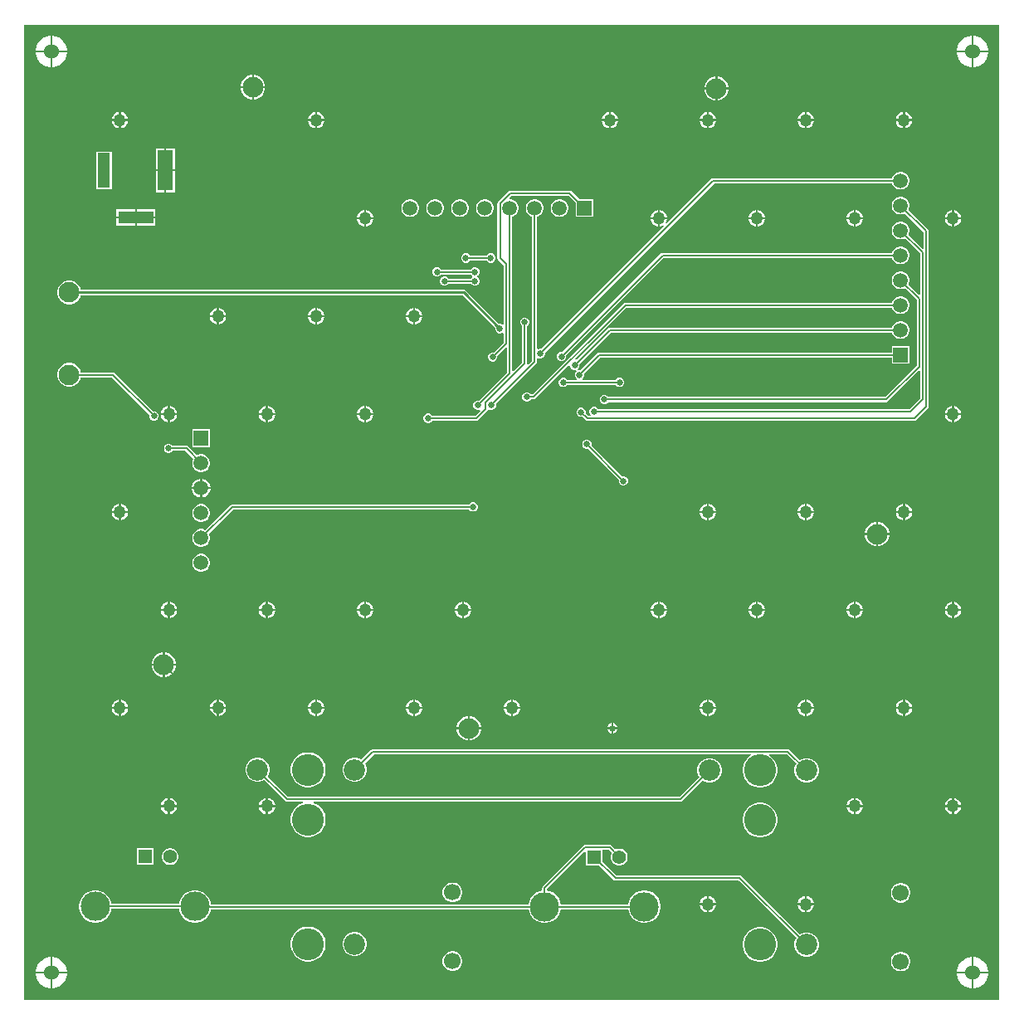
<source format=gbr>
%TF.GenerationSoftware,Altium Limited,Altium Designer,22.7.1 (60)*%
G04 Layer_Physical_Order=2*
G04 Layer_Color=16711680*
%FSLAX43Y43*%
%MOMM*%
%TF.SameCoordinates,58151787-F571-4420-9806-9522EC8286B3*%
%TF.FilePolarity,Positive*%
%TF.FileFunction,Copper,L2,Bot,Signal*%
%TF.Part,Single*%
G01*
G75*
%TA.AperFunction,Conductor*%
%ADD28C,0.254*%
%ADD29C,0.200*%
%TA.AperFunction,ComponentPad*%
%ADD30R,1.300X3.550*%
%ADD31C,2.100*%
%ADD32R,3.550X1.300*%
%ADD33R,1.550X4.100*%
%TA.AperFunction,ViaPad*%
%ADD34C,1.524*%
%TA.AperFunction,ComponentPad*%
%ADD35C,3.251*%
%ADD36C,2.172*%
%ADD37C,1.700*%
%ADD38R,1.500X1.500*%
%ADD39C,1.500*%
%ADD40R,1.500X1.500*%
%ADD41C,3.000*%
%ADD42C,1.398*%
%ADD43R,1.398X1.398*%
%TA.AperFunction,ViaPad*%
%ADD44C,1.270*%
%ADD45C,0.650*%
G36*
X99745Y255D02*
X255D01*
Y99745D01*
X99745D01*
Y255D01*
D02*
G37*
%LPC*%
G36*
X97158Y98600D02*
X97100D01*
Y97100D01*
X98600D01*
Y97158D01*
X98539Y97467D01*
X98418Y97758D01*
X98243Y98020D01*
X98020Y98243D01*
X97758Y98418D01*
X97467Y98539D01*
X97158Y98600D01*
D02*
G37*
G36*
X96900D02*
X96842D01*
X96533Y98539D01*
X96242Y98418D01*
X95980Y98243D01*
X95757Y98020D01*
X95582Y97758D01*
X95461Y97467D01*
X95400Y97158D01*
Y97100D01*
X96900D01*
Y98600D01*
D02*
G37*
G36*
X3158D02*
X3100D01*
Y97100D01*
X4600D01*
Y97158D01*
X4539Y97467D01*
X4418Y97758D01*
X4243Y98020D01*
X4020Y98243D01*
X3758Y98418D01*
X3467Y98539D01*
X3158Y98600D01*
D02*
G37*
G36*
X2900D02*
X2842D01*
X2533Y98539D01*
X2242Y98418D01*
X1980Y98243D01*
X1757Y98020D01*
X1582Y97758D01*
X1461Y97467D01*
X1400Y97158D01*
Y97100D01*
X2900D01*
Y98600D01*
D02*
G37*
G36*
X98600Y96900D02*
X97100D01*
Y95400D01*
X97158D01*
X97467Y95461D01*
X97758Y95582D01*
X98020Y95757D01*
X98243Y95980D01*
X98418Y96242D01*
X98539Y96533D01*
X98600Y96842D01*
Y96900D01*
D02*
G37*
G36*
X96900D02*
X95400D01*
Y96842D01*
X95461Y96533D01*
X95582Y96242D01*
X95757Y95980D01*
X95980Y95757D01*
X96242Y95582D01*
X96533Y95461D01*
X96842Y95400D01*
X96900D01*
Y96900D01*
D02*
G37*
G36*
X4600D02*
X3100D01*
Y95400D01*
X3158D01*
X3467Y95461D01*
X3758Y95582D01*
X4020Y95757D01*
X4243Y95980D01*
X4418Y96242D01*
X4539Y96533D01*
X4600Y96842D01*
Y96900D01*
D02*
G37*
G36*
X2900D02*
X1400D01*
Y96842D01*
X1461Y96533D01*
X1582Y96242D01*
X1757Y95980D01*
X1980Y95757D01*
X2242Y95582D01*
X2533Y95461D01*
X2842Y95400D01*
X2900D01*
Y96900D01*
D02*
G37*
G36*
X23731Y94595D02*
X23666D01*
Y93445D01*
X24816D01*
Y93510D01*
X24731Y93827D01*
X24566Y94113D01*
X24334Y94345D01*
X24049Y94510D01*
X23731Y94595D01*
D02*
G37*
G36*
X23466D02*
X23401D01*
X23084Y94510D01*
X22799Y94345D01*
X22566Y94113D01*
X22401Y93827D01*
X22316Y93510D01*
Y93445D01*
X23466D01*
Y94595D01*
D02*
G37*
G36*
X71031Y94468D02*
X70966D01*
Y93318D01*
X72116D01*
Y93383D01*
X72031Y93700D01*
X71866Y93986D01*
X71634Y94218D01*
X71348Y94383D01*
X71031Y94468D01*
D02*
G37*
G36*
X70766D02*
X70701D01*
X70384Y94383D01*
X70098Y94218D01*
X69866Y93986D01*
X69701Y93700D01*
X69616Y93383D01*
Y93318D01*
X70766D01*
Y94468D01*
D02*
G37*
G36*
X24816Y93245D02*
X23666D01*
Y92095D01*
X23731D01*
X24049Y92180D01*
X24334Y92345D01*
X24566Y92577D01*
X24731Y92863D01*
X24816Y93180D01*
Y93245D01*
D02*
G37*
G36*
X23466D02*
X22316D01*
Y93180D01*
X22401Y92863D01*
X22566Y92577D01*
X22799Y92345D01*
X23084Y92180D01*
X23401Y92095D01*
X23466D01*
Y93245D01*
D02*
G37*
G36*
X72116Y93118D02*
X70966D01*
Y91968D01*
X71031D01*
X71348Y92053D01*
X71634Y92218D01*
X71866Y92450D01*
X72031Y92736D01*
X72116Y93053D01*
Y93118D01*
D02*
G37*
G36*
X70766D02*
X69616D01*
Y93053D01*
X69701Y92736D01*
X69866Y92450D01*
X70098Y92218D01*
X70384Y92053D01*
X70701Y91968D01*
X70766D01*
Y93118D01*
D02*
G37*
G36*
X90110Y90835D02*
X90100D01*
Y90100D01*
X90835D01*
Y90110D01*
X90778Y90322D01*
X90668Y90513D01*
X90513Y90668D01*
X90322Y90778D01*
X90110Y90835D01*
D02*
G37*
G36*
X89900D02*
X89890D01*
X89678Y90778D01*
X89487Y90668D01*
X89332Y90513D01*
X89222Y90322D01*
X89165Y90110D01*
Y90100D01*
X89900D01*
Y90835D01*
D02*
G37*
G36*
X80110D02*
X80100D01*
Y90100D01*
X80835D01*
Y90110D01*
X80778Y90322D01*
X80668Y90513D01*
X80513Y90668D01*
X80322Y90778D01*
X80110Y90835D01*
D02*
G37*
G36*
X79900D02*
X79890D01*
X79678Y90778D01*
X79487Y90668D01*
X79332Y90513D01*
X79222Y90322D01*
X79165Y90110D01*
Y90100D01*
X79900D01*
Y90835D01*
D02*
G37*
G36*
X70110D02*
X70100D01*
Y90100D01*
X70835D01*
Y90110D01*
X70778Y90322D01*
X70668Y90513D01*
X70513Y90668D01*
X70322Y90778D01*
X70110Y90835D01*
D02*
G37*
G36*
X69900D02*
X69890D01*
X69678Y90778D01*
X69487Y90668D01*
X69332Y90513D01*
X69222Y90322D01*
X69165Y90110D01*
Y90100D01*
X69900D01*
Y90835D01*
D02*
G37*
G36*
X60110D02*
X60100D01*
Y90100D01*
X60835D01*
Y90110D01*
X60778Y90322D01*
X60668Y90513D01*
X60513Y90668D01*
X60322Y90778D01*
X60110Y90835D01*
D02*
G37*
G36*
X59900D02*
X59890D01*
X59678Y90778D01*
X59487Y90668D01*
X59332Y90513D01*
X59222Y90322D01*
X59165Y90110D01*
Y90100D01*
X59900D01*
Y90835D01*
D02*
G37*
G36*
X30110D02*
X30100D01*
Y90100D01*
X30835D01*
Y90110D01*
X30778Y90322D01*
X30668Y90513D01*
X30513Y90668D01*
X30322Y90778D01*
X30110Y90835D01*
D02*
G37*
G36*
X29900D02*
X29890D01*
X29678Y90778D01*
X29487Y90668D01*
X29332Y90513D01*
X29222Y90322D01*
X29165Y90110D01*
Y90100D01*
X29900D01*
Y90835D01*
D02*
G37*
G36*
X10110D02*
X10100D01*
Y90100D01*
X10835D01*
Y90110D01*
X10778Y90322D01*
X10668Y90513D01*
X10513Y90668D01*
X10322Y90778D01*
X10110Y90835D01*
D02*
G37*
G36*
X9900D02*
X9890D01*
X9678Y90778D01*
X9487Y90668D01*
X9332Y90513D01*
X9222Y90322D01*
X9165Y90110D01*
Y90100D01*
X9900D01*
Y90835D01*
D02*
G37*
G36*
X90835Y89900D02*
X90100D01*
Y89165D01*
X90110D01*
X90322Y89222D01*
X90513Y89332D01*
X90668Y89487D01*
X90778Y89678D01*
X90835Y89890D01*
Y89900D01*
D02*
G37*
G36*
X89900D02*
X89165D01*
Y89890D01*
X89222Y89678D01*
X89332Y89487D01*
X89487Y89332D01*
X89678Y89222D01*
X89890Y89165D01*
X89900D01*
Y89900D01*
D02*
G37*
G36*
X80835D02*
X80100D01*
Y89165D01*
X80110D01*
X80322Y89222D01*
X80513Y89332D01*
X80668Y89487D01*
X80778Y89678D01*
X80835Y89890D01*
Y89900D01*
D02*
G37*
G36*
X79900D02*
X79165D01*
Y89890D01*
X79222Y89678D01*
X79332Y89487D01*
X79487Y89332D01*
X79678Y89222D01*
X79890Y89165D01*
X79900D01*
Y89900D01*
D02*
G37*
G36*
X70835D02*
X70100D01*
Y89165D01*
X70110D01*
X70322Y89222D01*
X70513Y89332D01*
X70668Y89487D01*
X70778Y89678D01*
X70835Y89890D01*
Y89900D01*
D02*
G37*
G36*
X69900D02*
X69165D01*
Y89890D01*
X69222Y89678D01*
X69332Y89487D01*
X69487Y89332D01*
X69678Y89222D01*
X69890Y89165D01*
X69900D01*
Y89900D01*
D02*
G37*
G36*
X60835D02*
X60100D01*
Y89165D01*
X60110D01*
X60322Y89222D01*
X60513Y89332D01*
X60668Y89487D01*
X60778Y89678D01*
X60835Y89890D01*
Y89900D01*
D02*
G37*
G36*
X59900D02*
X59165D01*
Y89890D01*
X59222Y89678D01*
X59332Y89487D01*
X59487Y89332D01*
X59678Y89222D01*
X59890Y89165D01*
X59900D01*
Y89900D01*
D02*
G37*
G36*
X30835D02*
X30100D01*
Y89165D01*
X30110D01*
X30322Y89222D01*
X30513Y89332D01*
X30668Y89487D01*
X30778Y89678D01*
X30835Y89890D01*
Y89900D01*
D02*
G37*
G36*
X29900D02*
X29165D01*
Y89890D01*
X29222Y89678D01*
X29332Y89487D01*
X29487Y89332D01*
X29678Y89222D01*
X29890Y89165D01*
X29900D01*
Y89900D01*
D02*
G37*
G36*
X10835D02*
X10100D01*
Y89165D01*
X10110D01*
X10322Y89222D01*
X10513Y89332D01*
X10668Y89487D01*
X10778Y89678D01*
X10835Y89890D01*
Y89900D01*
D02*
G37*
G36*
X9900D02*
X9165D01*
Y89890D01*
X9222Y89678D01*
X9332Y89487D01*
X9487Y89332D01*
X9678Y89222D01*
X9890Y89165D01*
X9900D01*
Y89900D01*
D02*
G37*
G36*
X15607Y87113D02*
X14732D01*
Y84963D01*
X15607D01*
Y87113D01*
D02*
G37*
G36*
X14532D02*
X13657D01*
Y84963D01*
X14532D01*
Y87113D01*
D02*
G37*
G36*
X89781Y84721D02*
X89543D01*
X89314Y84660D01*
X89109Y84541D01*
X88941Y84373D01*
X88822Y84168D01*
X88798Y84076D01*
X70536D01*
X70536Y84076D01*
X70438Y84056D01*
X70355Y84001D01*
X65779Y79425D01*
X65677Y79503D01*
X65778Y79678D01*
X65835Y79890D01*
Y79900D01*
X65100D01*
Y79165D01*
X65110D01*
X65322Y79222D01*
X65497Y79323D01*
X65575Y79221D01*
X53003Y66650D01*
X52990Y66655D01*
X52800D01*
X52702Y66614D01*
X52575Y66698D01*
Y66989D01*
X52580Y67014D01*
X52580Y67014D01*
Y80162D01*
X52672Y80186D01*
X52877Y80305D01*
X53045Y80473D01*
X53164Y80678D01*
X53225Y80907D01*
Y81145D01*
X53164Y81374D01*
X53045Y81579D01*
X52877Y81747D01*
X52672Y81866D01*
X52443Y81927D01*
X52205D01*
X51976Y81866D01*
X51771Y81747D01*
X51603Y81579D01*
X51484Y81374D01*
X51423Y81145D01*
Y80907D01*
X51484Y80678D01*
X51603Y80473D01*
X51771Y80305D01*
X51976Y80186D01*
X52068Y80162D01*
Y67035D01*
X52063Y67009D01*
X52063Y67009D01*
Y65423D01*
X51665Y65026D01*
X51548Y65088D01*
X51560Y65147D01*
X51560Y65147D01*
Y68961D01*
X51574Y68967D01*
X51708Y69101D01*
X51780Y69276D01*
Y69465D01*
X51708Y69640D01*
X51574Y69774D01*
X51399Y69846D01*
X51209D01*
X51034Y69774D01*
X50900Y69640D01*
X50828Y69465D01*
Y69276D01*
X50900Y69101D01*
X51034Y68967D01*
X51048Y68961D01*
Y65253D01*
X50157Y64362D01*
X50040Y64411D01*
Y80162D01*
X50132Y80186D01*
X50337Y80305D01*
X50505Y80473D01*
X50624Y80678D01*
X50685Y80907D01*
Y81145D01*
X50624Y81374D01*
X50505Y81579D01*
X50337Y81747D01*
X50132Y81866D01*
X49903Y81927D01*
X49779D01*
X49726Y82054D01*
X49966Y82294D01*
X55774D01*
X56503Y81565D01*
Y80125D01*
X58305D01*
Y81927D01*
X56865D01*
X56061Y82731D01*
X55978Y82786D01*
X55880Y82806D01*
X55880Y82806D01*
X49860D01*
X49762Y82786D01*
X49679Y82731D01*
X49679Y82731D01*
X48599Y81651D01*
X48544Y81568D01*
X48524Y81470D01*
X48524Y81470D01*
Y75907D01*
X48524Y75907D01*
X48544Y75809D01*
X48599Y75726D01*
X49134Y75192D01*
Y69179D01*
X49007Y69125D01*
X48859Y69186D01*
X48689D01*
X45266Y72608D01*
X45174Y72670D01*
X45066Y72691D01*
X5993D01*
X5945Y72872D01*
X5787Y73145D01*
X5563Y73369D01*
X5290Y73527D01*
X4984Y73609D01*
X4668D01*
X4362Y73527D01*
X4089Y73369D01*
X3865Y73145D01*
X3707Y72872D01*
X3625Y72566D01*
Y72250D01*
X3707Y71944D01*
X3865Y71671D01*
X4089Y71447D01*
X4362Y71289D01*
X4668Y71207D01*
X4984D01*
X5290Y71289D01*
X5563Y71447D01*
X5787Y71671D01*
X5945Y71944D01*
X5993Y72125D01*
X44949D01*
X48288Y68785D01*
Y68615D01*
X48360Y68440D01*
X48494Y68306D01*
X48669Y68234D01*
X48859D01*
X49007Y68295D01*
X49134Y68241D01*
Y67276D01*
X48142Y66284D01*
X48129Y66290D01*
X47939D01*
X47764Y66218D01*
X47630Y66084D01*
X47558Y65909D01*
Y65719D01*
X47630Y65544D01*
X47764Y65410D01*
X47939Y65338D01*
X48129D01*
X48304Y65410D01*
X48438Y65544D01*
X48510Y65719D01*
Y65909D01*
X48504Y65922D01*
X49411Y66829D01*
X49528Y66780D01*
Y64252D01*
X46642Y61366D01*
X46629Y61372D01*
X46439D01*
X46264Y61300D01*
X46130Y61166D01*
X46058Y60991D01*
Y60801D01*
X46130Y60626D01*
X46264Y60492D01*
X46439Y60420D01*
X46629D01*
X46700Y60450D01*
X46772Y60342D01*
X46261Y59831D01*
X41862D01*
X41856Y59845D01*
X41722Y59979D01*
X41547Y60051D01*
X41358D01*
X41183Y59979D01*
X41049Y59845D01*
X40976Y59670D01*
Y59481D01*
X41049Y59306D01*
X41183Y59172D01*
X41358Y59099D01*
X41547D01*
X41722Y59172D01*
X41856Y59306D01*
X41862Y59319D01*
X46367D01*
X46367Y59319D01*
X46465Y59339D01*
X46548Y59394D01*
X47488Y60334D01*
X47536Y60405D01*
X47551Y60420D01*
X47683Y60470D01*
X47803Y60420D01*
X47992D01*
X48167Y60492D01*
X48301Y60626D01*
X48374Y60801D01*
Y60991D01*
X48368Y61004D01*
X52500Y65136D01*
X52500Y65136D01*
X52555Y65219D01*
X52575Y65317D01*
X52575Y65317D01*
Y65660D01*
X52702Y65744D01*
X52800Y65703D01*
X52990D01*
X53165Y65776D01*
X53299Y65910D01*
X53371Y66085D01*
Y66274D01*
X53365Y66288D01*
X70642Y83564D01*
X88798D01*
X88822Y83472D01*
X88941Y83267D01*
X89109Y83099D01*
X89314Y82980D01*
X89543Y82919D01*
X89781D01*
X90010Y82980D01*
X90215Y83099D01*
X90383Y83267D01*
X90502Y83472D01*
X90563Y83701D01*
Y83939D01*
X90502Y84168D01*
X90383Y84373D01*
X90215Y84541D01*
X90010Y84660D01*
X89781Y84721D01*
D02*
G37*
G36*
X9183Y86789D02*
X7581D01*
Y82937D01*
X9183D01*
Y86789D01*
D02*
G37*
G36*
X15607Y84763D02*
X14732D01*
Y82613D01*
X15607D01*
Y84763D01*
D02*
G37*
G36*
X14532D02*
X13657D01*
Y82613D01*
X14532D01*
Y84763D01*
D02*
G37*
G36*
X13607Y80913D02*
X11732D01*
Y80163D01*
X13607D01*
Y80913D01*
D02*
G37*
G36*
X11532D02*
X9657D01*
Y80163D01*
X11532D01*
Y80913D01*
D02*
G37*
G36*
X54983Y81927D02*
X54745D01*
X54516Y81866D01*
X54311Y81747D01*
X54143Y81579D01*
X54024Y81374D01*
X53963Y81145D01*
Y80907D01*
X54024Y80678D01*
X54143Y80473D01*
X54311Y80305D01*
X54516Y80186D01*
X54745Y80125D01*
X54983D01*
X55212Y80186D01*
X55417Y80305D01*
X55585Y80473D01*
X55704Y80678D01*
X55765Y80907D01*
Y81145D01*
X55704Y81374D01*
X55585Y81579D01*
X55417Y81747D01*
X55212Y81866D01*
X54983Y81927D01*
D02*
G37*
G36*
X47363D02*
X47125D01*
X46896Y81866D01*
X46691Y81747D01*
X46523Y81579D01*
X46404Y81374D01*
X46343Y81145D01*
Y80907D01*
X46404Y80678D01*
X46523Y80473D01*
X46691Y80305D01*
X46896Y80186D01*
X47125Y80125D01*
X47363D01*
X47592Y80186D01*
X47797Y80305D01*
X47965Y80473D01*
X48084Y80678D01*
X48145Y80907D01*
Y81145D01*
X48084Y81374D01*
X47965Y81579D01*
X47797Y81747D01*
X47592Y81866D01*
X47363Y81927D01*
D02*
G37*
G36*
X44823D02*
X44585D01*
X44356Y81866D01*
X44151Y81747D01*
X43983Y81579D01*
X43864Y81374D01*
X43803Y81145D01*
Y80907D01*
X43864Y80678D01*
X43983Y80473D01*
X44151Y80305D01*
X44356Y80186D01*
X44585Y80125D01*
X44823D01*
X45052Y80186D01*
X45257Y80305D01*
X45425Y80473D01*
X45544Y80678D01*
X45605Y80907D01*
Y81145D01*
X45544Y81374D01*
X45425Y81579D01*
X45257Y81747D01*
X45052Y81866D01*
X44823Y81927D01*
D02*
G37*
G36*
X42283D02*
X42045D01*
X41816Y81866D01*
X41611Y81747D01*
X41443Y81579D01*
X41324Y81374D01*
X41263Y81145D01*
Y80907D01*
X41324Y80678D01*
X41443Y80473D01*
X41611Y80305D01*
X41816Y80186D01*
X42045Y80125D01*
X42283D01*
X42512Y80186D01*
X42717Y80305D01*
X42885Y80473D01*
X43004Y80678D01*
X43065Y80907D01*
Y81145D01*
X43004Y81374D01*
X42885Y81579D01*
X42717Y81747D01*
X42512Y81866D01*
X42283Y81927D01*
D02*
G37*
G36*
X39743D02*
X39505D01*
X39276Y81866D01*
X39071Y81747D01*
X38903Y81579D01*
X38784Y81374D01*
X38723Y81145D01*
Y80907D01*
X38784Y80678D01*
X38903Y80473D01*
X39071Y80305D01*
X39276Y80186D01*
X39505Y80125D01*
X39743D01*
X39972Y80186D01*
X40177Y80305D01*
X40345Y80473D01*
X40464Y80678D01*
X40525Y80907D01*
Y81145D01*
X40464Y81374D01*
X40345Y81579D01*
X40177Y81747D01*
X39972Y81866D01*
X39743Y81927D01*
D02*
G37*
G36*
X95110Y80835D02*
X95100D01*
Y80100D01*
X95835D01*
Y80110D01*
X95778Y80322D01*
X95668Y80513D01*
X95513Y80668D01*
X95322Y80778D01*
X95110Y80835D01*
D02*
G37*
G36*
X94900D02*
X94890D01*
X94678Y80778D01*
X94487Y80668D01*
X94332Y80513D01*
X94222Y80322D01*
X94165Y80110D01*
Y80100D01*
X94900D01*
Y80835D01*
D02*
G37*
G36*
X85110D02*
X85100D01*
Y80100D01*
X85835D01*
Y80110D01*
X85778Y80322D01*
X85668Y80513D01*
X85513Y80668D01*
X85322Y80778D01*
X85110Y80835D01*
D02*
G37*
G36*
X84900D02*
X84890D01*
X84678Y80778D01*
X84487Y80668D01*
X84332Y80513D01*
X84222Y80322D01*
X84165Y80110D01*
Y80100D01*
X84900D01*
Y80835D01*
D02*
G37*
G36*
X75110D02*
X75100D01*
Y80100D01*
X75835D01*
Y80110D01*
X75778Y80322D01*
X75668Y80513D01*
X75513Y80668D01*
X75322Y80778D01*
X75110Y80835D01*
D02*
G37*
G36*
X74900D02*
X74890D01*
X74678Y80778D01*
X74487Y80668D01*
X74332Y80513D01*
X74222Y80322D01*
X74165Y80110D01*
Y80100D01*
X74900D01*
Y80835D01*
D02*
G37*
G36*
X65110D02*
X65100D01*
Y80100D01*
X65835D01*
Y80110D01*
X65778Y80322D01*
X65668Y80513D01*
X65513Y80668D01*
X65322Y80778D01*
X65110Y80835D01*
D02*
G37*
G36*
X64900D02*
X64890D01*
X64678Y80778D01*
X64487Y80668D01*
X64332Y80513D01*
X64222Y80322D01*
X64165Y80110D01*
Y80100D01*
X64900D01*
Y80835D01*
D02*
G37*
G36*
X35110D02*
X35100D01*
Y80100D01*
X35835D01*
Y80110D01*
X35778Y80322D01*
X35668Y80513D01*
X35513Y80668D01*
X35322Y80778D01*
X35110Y80835D01*
D02*
G37*
G36*
X34900D02*
X34890D01*
X34678Y80778D01*
X34487Y80668D01*
X34332Y80513D01*
X34222Y80322D01*
X34165Y80110D01*
Y80100D01*
X34900D01*
Y80835D01*
D02*
G37*
G36*
X13607Y79963D02*
X11732D01*
Y79213D01*
X13607D01*
Y79963D01*
D02*
G37*
G36*
X11532D02*
X9657D01*
Y79213D01*
X11532D01*
Y79963D01*
D02*
G37*
G36*
X95835Y79900D02*
X95100D01*
Y79165D01*
X95110D01*
X95322Y79222D01*
X95513Y79332D01*
X95668Y79487D01*
X95778Y79678D01*
X95835Y79890D01*
Y79900D01*
D02*
G37*
G36*
X94900D02*
X94165D01*
Y79890D01*
X94222Y79678D01*
X94332Y79487D01*
X94487Y79332D01*
X94678Y79222D01*
X94890Y79165D01*
X94900D01*
Y79900D01*
D02*
G37*
G36*
X85835D02*
X85100D01*
Y79165D01*
X85110D01*
X85322Y79222D01*
X85513Y79332D01*
X85668Y79487D01*
X85778Y79678D01*
X85835Y79890D01*
Y79900D01*
D02*
G37*
G36*
X84900D02*
X84165D01*
Y79890D01*
X84222Y79678D01*
X84332Y79487D01*
X84487Y79332D01*
X84678Y79222D01*
X84890Y79165D01*
X84900D01*
Y79900D01*
D02*
G37*
G36*
X75835D02*
X75100D01*
Y79165D01*
X75110D01*
X75322Y79222D01*
X75513Y79332D01*
X75668Y79487D01*
X75778Y79678D01*
X75835Y79890D01*
Y79900D01*
D02*
G37*
G36*
X74900D02*
X74165D01*
Y79890D01*
X74222Y79678D01*
X74332Y79487D01*
X74487Y79332D01*
X74678Y79222D01*
X74890Y79165D01*
X74900D01*
Y79900D01*
D02*
G37*
G36*
X64900D02*
X64165D01*
Y79890D01*
X64222Y79678D01*
X64332Y79487D01*
X64487Y79332D01*
X64678Y79222D01*
X64890Y79165D01*
X64900D01*
Y79900D01*
D02*
G37*
G36*
X35835D02*
X35100D01*
Y79165D01*
X35110D01*
X35322Y79222D01*
X35513Y79332D01*
X35668Y79487D01*
X35778Y79678D01*
X35835Y79890D01*
Y79900D01*
D02*
G37*
G36*
X34900D02*
X34165D01*
Y79890D01*
X34222Y79678D01*
X34332Y79487D01*
X34487Y79332D01*
X34678Y79222D01*
X34890Y79165D01*
X34900D01*
Y79900D01*
D02*
G37*
G36*
X89781Y82181D02*
X89543D01*
X89314Y82120D01*
X89109Y82001D01*
X88941Y81833D01*
X88822Y81628D01*
X88761Y81399D01*
Y81161D01*
X88822Y80932D01*
X88941Y80727D01*
X89109Y80559D01*
X89314Y80440D01*
X89543Y80379D01*
X89781D01*
X90010Y80440D01*
X90092Y80488D01*
X92003Y78577D01*
Y76927D01*
X91886Y76878D01*
X90454Y78310D01*
X90502Y78392D01*
X90563Y78621D01*
Y78859D01*
X90502Y79088D01*
X90383Y79293D01*
X90215Y79461D01*
X90010Y79580D01*
X89781Y79641D01*
X89543D01*
X89314Y79580D01*
X89109Y79461D01*
X88941Y79293D01*
X88822Y79088D01*
X88761Y78859D01*
Y78621D01*
X88822Y78392D01*
X88941Y78187D01*
X89109Y78019D01*
X89314Y77900D01*
X89543Y77839D01*
X89781D01*
X90010Y77900D01*
X90092Y77948D01*
X91652Y76388D01*
Y72198D01*
X91535Y72149D01*
X90454Y73230D01*
X90502Y73312D01*
X90563Y73541D01*
Y73779D01*
X90502Y74008D01*
X90383Y74213D01*
X90215Y74381D01*
X90010Y74500D01*
X89781Y74561D01*
X89543D01*
X89314Y74500D01*
X89109Y74381D01*
X88941Y74213D01*
X88822Y74008D01*
X88761Y73779D01*
Y73541D01*
X88822Y73312D01*
X88941Y73107D01*
X89109Y72939D01*
X89314Y72820D01*
X89543Y72759D01*
X89781D01*
X90010Y72820D01*
X90092Y72868D01*
X91301Y71659D01*
Y64942D01*
X88095Y61736D01*
X59845D01*
X59839Y61750D01*
X59705Y61884D01*
X59530Y61956D01*
X59341D01*
X59166Y61884D01*
X59032Y61750D01*
X58959Y61575D01*
Y61386D01*
X59032Y61211D01*
X59166Y61077D01*
X59341Y61004D01*
X59530D01*
X59705Y61077D01*
X59839Y61211D01*
X59845Y61224D01*
X88201D01*
X88201Y61224D01*
X88299Y61244D01*
X88382Y61299D01*
X91535Y64452D01*
X91652Y64403D01*
Y61587D01*
X90571Y60506D01*
X58800D01*
X58794Y60520D01*
X58660Y60654D01*
X58485Y60726D01*
X58296D01*
X58121Y60654D01*
X57987Y60520D01*
X57914Y60345D01*
Y60155D01*
X57987Y59980D01*
X58022Y59945D01*
X57969Y59818D01*
X57789D01*
X57531Y60076D01*
X57537Y60090D01*
Y60279D01*
X57464Y60454D01*
X57330Y60588D01*
X57155Y60661D01*
X56966D01*
X56791Y60588D01*
X56657Y60454D01*
X56585Y60279D01*
Y60090D01*
X56657Y59915D01*
X56791Y59781D01*
X56966Y59709D01*
X57155D01*
X57169Y59714D01*
X57502Y59382D01*
X57502Y59382D01*
X57585Y59326D01*
X57683Y59307D01*
X91058D01*
X91059Y59307D01*
X91156Y59326D01*
X91239Y59382D01*
X92440Y60582D01*
X92440Y60582D01*
X92495Y60665D01*
X92515Y60763D01*
X92515Y60763D01*
Y78683D01*
X92495Y78781D01*
X92440Y78864D01*
X92440Y78864D01*
X90454Y80850D01*
X90502Y80932D01*
X90563Y81161D01*
Y81399D01*
X90502Y81628D01*
X90383Y81833D01*
X90215Y82001D01*
X90010Y82120D01*
X89781Y82181D01*
D02*
G37*
G36*
Y77101D02*
X89543D01*
X89314Y77040D01*
X89109Y76921D01*
X88941Y76753D01*
X88822Y76548D01*
X88798Y76456D01*
X65380D01*
X65380Y76456D01*
X65282Y76436D01*
X65199Y76381D01*
X55162Y66345D01*
X55149Y66350D01*
X54959D01*
X54784Y66278D01*
X54650Y66144D01*
X54578Y65969D01*
Y65780D01*
X54650Y65605D01*
X54784Y65471D01*
X54959Y65398D01*
X55149D01*
X55324Y65471D01*
X55458Y65605D01*
X55530Y65780D01*
Y65969D01*
X55524Y65983D01*
X65486Y75944D01*
X88798D01*
X88822Y75852D01*
X88941Y75647D01*
X89109Y75479D01*
X89314Y75360D01*
X89543Y75299D01*
X89781D01*
X90010Y75360D01*
X90215Y75479D01*
X90383Y75647D01*
X90502Y75852D01*
X90563Y76081D01*
Y76319D01*
X90502Y76548D01*
X90383Y76753D01*
X90215Y76921D01*
X90010Y77040D01*
X89781Y77101D01*
D02*
G37*
G36*
X47935Y76383D02*
X47746D01*
X47571Y76311D01*
X47437Y76177D01*
X47431Y76163D01*
X45710D01*
X45704Y76177D01*
X45570Y76311D01*
X45395Y76383D01*
X45206D01*
X45031Y76311D01*
X44897Y76177D01*
X44824Y76002D01*
Y75813D01*
X44897Y75638D01*
X45031Y75504D01*
X45206Y75431D01*
X45395D01*
X45570Y75504D01*
X45704Y75638D01*
X45710Y75651D01*
X47431D01*
X47437Y75638D01*
X47571Y75504D01*
X47746Y75431D01*
X47935D01*
X48110Y75504D01*
X48244Y75638D01*
X48316Y75813D01*
Y76002D01*
X48244Y76177D01*
X48110Y76311D01*
X47935Y76383D01*
D02*
G37*
G36*
X46319Y74986D02*
X46129D01*
X45954Y74914D01*
X45820Y74780D01*
X45815Y74766D01*
X42763D01*
X42758Y74780D01*
X42624Y74914D01*
X42449Y74986D01*
X42259D01*
X42084Y74914D01*
X41950Y74780D01*
X41878Y74605D01*
Y74416D01*
X41950Y74241D01*
X42084Y74107D01*
X42259Y74034D01*
X42449D01*
X42624Y74107D01*
X42758Y74241D01*
X42763Y74254D01*
X45815D01*
X45820Y74241D01*
X45954Y74107D01*
X45961Y74104D01*
Y73977D01*
X45954Y73974D01*
X45820Y73840D01*
X45815Y73827D01*
X43527D01*
X43521Y73840D01*
X43387Y73974D01*
X43212Y74047D01*
X43023D01*
X42848Y73974D01*
X42714Y73840D01*
X42642Y73665D01*
Y73476D01*
X42714Y73301D01*
X42848Y73167D01*
X43023Y73095D01*
X43212D01*
X43387Y73167D01*
X43521Y73301D01*
X43527Y73315D01*
X45815D01*
X45820Y73301D01*
X45954Y73167D01*
X46129Y73095D01*
X46319D01*
X46494Y73167D01*
X46628Y73301D01*
X46700Y73476D01*
Y73665D01*
X46628Y73840D01*
X46494Y73974D01*
X46487Y73977D01*
Y74104D01*
X46494Y74107D01*
X46628Y74241D01*
X46700Y74416D01*
Y74605D01*
X46628Y74780D01*
X46494Y74914D01*
X46319Y74986D01*
D02*
G37*
G36*
X89781Y72021D02*
X89543D01*
X89314Y71960D01*
X89109Y71841D01*
X88941Y71673D01*
X88822Y71468D01*
X88798Y71376D01*
X61589D01*
X61589Y71376D01*
X61491Y71356D01*
X61408Y71301D01*
X61408Y71301D01*
X52108Y62001D01*
X51943D01*
X51938Y62014D01*
X51804Y62148D01*
X51629Y62221D01*
X51439D01*
X51264Y62148D01*
X51130Y62014D01*
X51058Y61840D01*
Y61650D01*
X51130Y61475D01*
X51264Y61341D01*
X51439Y61269D01*
X51629D01*
X51804Y61341D01*
X51938Y61475D01*
X51943Y61489D01*
X52214D01*
X52214Y61489D01*
X52312Y61508D01*
X52395Y61564D01*
X55797Y64966D01*
X55924Y64913D01*
Y64865D01*
X55997Y64690D01*
X56131Y64556D01*
X56306Y64484D01*
X56495D01*
X56559Y64511D01*
X56560Y64511D01*
X56626Y64411D01*
X56619Y64404D01*
X56492Y64277D01*
X56420Y64102D01*
Y63913D01*
X56492Y63738D01*
X56614Y63616D01*
X56607Y63561D01*
X56575Y63489D01*
X55641D01*
X55635Y63502D01*
X55501Y63636D01*
X55326Y63709D01*
X55137D01*
X54962Y63636D01*
X54828Y63502D01*
X54756Y63327D01*
Y63138D01*
X54828Y62963D01*
X54962Y62829D01*
X55137Y62757D01*
X55326D01*
X55501Y62829D01*
X55635Y62963D01*
X55641Y62977D01*
X60563D01*
X60569Y62963D01*
X60703Y62829D01*
X60878Y62757D01*
X61067D01*
X61242Y62829D01*
X61376Y62963D01*
X61448Y63138D01*
Y63327D01*
X61376Y63502D01*
X61242Y63636D01*
X61067Y63709D01*
X60878D01*
X60703Y63636D01*
X60569Y63502D01*
X60563Y63489D01*
X57216D01*
X57184Y63561D01*
X57177Y63616D01*
X57299Y63738D01*
X57372Y63913D01*
Y64102D01*
X57366Y64116D01*
X59034Y65784D01*
X88761D01*
Y65139D01*
X90563D01*
Y66941D01*
X88761D01*
Y66296D01*
X58928D01*
X58830Y66276D01*
X58747Y66221D01*
X58747Y66221D01*
X57004Y64478D01*
X56990Y64484D01*
X56801D01*
X56737Y64457D01*
X56736Y64457D01*
X56670Y64556D01*
X56677Y64564D01*
X56804Y64690D01*
X56876Y64865D01*
Y65055D01*
X56871Y65068D01*
X60126Y68324D01*
X88798D01*
X88822Y68232D01*
X88941Y68027D01*
X89109Y67859D01*
X89314Y67740D01*
X89543Y67679D01*
X89781D01*
X90010Y67740D01*
X90215Y67859D01*
X90383Y68027D01*
X90502Y68232D01*
X90563Y68461D01*
Y68699D01*
X90502Y68928D01*
X90383Y69133D01*
X90215Y69301D01*
X90010Y69420D01*
X89781Y69481D01*
X89543D01*
X89314Y69420D01*
X89109Y69301D01*
X88941Y69133D01*
X88822Y68928D01*
X88798Y68836D01*
X60020D01*
X60020Y68836D01*
X59922Y68816D01*
X59839Y68761D01*
X59839Y68761D01*
X56564Y65486D01*
X56507Y65496D01*
X56464Y65632D01*
X61695Y70864D01*
X88798D01*
X88822Y70772D01*
X88941Y70567D01*
X89109Y70399D01*
X89314Y70280D01*
X89543Y70219D01*
X89781D01*
X90010Y70280D01*
X90215Y70399D01*
X90383Y70567D01*
X90502Y70772D01*
X90563Y71001D01*
Y71239D01*
X90502Y71468D01*
X90383Y71673D01*
X90215Y71841D01*
X90010Y71960D01*
X89781Y72021D01*
D02*
G37*
G36*
X40110Y70835D02*
X40100D01*
Y70100D01*
X40835D01*
Y70110D01*
X40778Y70322D01*
X40668Y70513D01*
X40513Y70668D01*
X40322Y70778D01*
X40110Y70835D01*
D02*
G37*
G36*
X39900D02*
X39890D01*
X39678Y70778D01*
X39487Y70668D01*
X39332Y70513D01*
X39222Y70322D01*
X39165Y70110D01*
Y70100D01*
X39900D01*
Y70835D01*
D02*
G37*
G36*
X30110D02*
X30100D01*
Y70100D01*
X30835D01*
Y70110D01*
X30778Y70322D01*
X30668Y70513D01*
X30513Y70668D01*
X30322Y70778D01*
X30110Y70835D01*
D02*
G37*
G36*
X29900D02*
X29890D01*
X29678Y70778D01*
X29487Y70668D01*
X29332Y70513D01*
X29222Y70322D01*
X29165Y70110D01*
Y70100D01*
X29900D01*
Y70835D01*
D02*
G37*
G36*
X20110D02*
X20100D01*
Y70100D01*
X20835D01*
Y70110D01*
X20778Y70322D01*
X20668Y70513D01*
X20513Y70668D01*
X20322Y70778D01*
X20110Y70835D01*
D02*
G37*
G36*
X19900D02*
X19890D01*
X19678Y70778D01*
X19487Y70668D01*
X19332Y70513D01*
X19222Y70322D01*
X19165Y70110D01*
Y70100D01*
X19900D01*
Y70835D01*
D02*
G37*
G36*
X40835Y69900D02*
X40100D01*
Y69165D01*
X40110D01*
X40322Y69222D01*
X40513Y69332D01*
X40668Y69487D01*
X40778Y69678D01*
X40835Y69890D01*
Y69900D01*
D02*
G37*
G36*
X39900D02*
X39165D01*
Y69890D01*
X39222Y69678D01*
X39332Y69487D01*
X39487Y69332D01*
X39678Y69222D01*
X39890Y69165D01*
X39900D01*
Y69900D01*
D02*
G37*
G36*
X30835D02*
X30100D01*
Y69165D01*
X30110D01*
X30322Y69222D01*
X30513Y69332D01*
X30668Y69487D01*
X30778Y69678D01*
X30835Y69890D01*
Y69900D01*
D02*
G37*
G36*
X29900D02*
X29165D01*
Y69890D01*
X29222Y69678D01*
X29332Y69487D01*
X29487Y69332D01*
X29678Y69222D01*
X29890Y69165D01*
X29900D01*
Y69900D01*
D02*
G37*
G36*
X20835D02*
X20100D01*
Y69165D01*
X20110D01*
X20322Y69222D01*
X20513Y69332D01*
X20668Y69487D01*
X20778Y69678D01*
X20835Y69890D01*
Y69900D01*
D02*
G37*
G36*
X19900D02*
X19165D01*
Y69890D01*
X19222Y69678D01*
X19332Y69487D01*
X19487Y69332D01*
X19678Y69222D01*
X19890Y69165D01*
X19900D01*
Y69900D01*
D02*
G37*
G36*
X95110Y60835D02*
X95100D01*
Y60100D01*
X95835D01*
Y60110D01*
X95778Y60322D01*
X95668Y60513D01*
X95513Y60668D01*
X95322Y60778D01*
X95110Y60835D01*
D02*
G37*
G36*
X94900D02*
X94890D01*
X94678Y60778D01*
X94487Y60668D01*
X94332Y60513D01*
X94222Y60322D01*
X94165Y60110D01*
Y60100D01*
X94900D01*
Y60835D01*
D02*
G37*
G36*
X35110D02*
X35100D01*
Y60100D01*
X35835D01*
Y60110D01*
X35778Y60322D01*
X35668Y60513D01*
X35513Y60668D01*
X35322Y60778D01*
X35110Y60835D01*
D02*
G37*
G36*
X34900D02*
X34890D01*
X34678Y60778D01*
X34487Y60668D01*
X34332Y60513D01*
X34222Y60322D01*
X34165Y60110D01*
Y60100D01*
X34900D01*
Y60835D01*
D02*
G37*
G36*
X25110D02*
X25100D01*
Y60100D01*
X25835D01*
Y60110D01*
X25778Y60322D01*
X25668Y60513D01*
X25513Y60668D01*
X25322Y60778D01*
X25110Y60835D01*
D02*
G37*
G36*
X24900D02*
X24890D01*
X24678Y60778D01*
X24487Y60668D01*
X24332Y60513D01*
X24222Y60322D01*
X24165Y60110D01*
Y60100D01*
X24900D01*
Y60835D01*
D02*
G37*
G36*
X15110D02*
X15100D01*
Y60100D01*
X15835D01*
Y60110D01*
X15778Y60322D01*
X15668Y60513D01*
X15513Y60668D01*
X15322Y60778D01*
X15110Y60835D01*
D02*
G37*
G36*
X14900D02*
X14890D01*
X14678Y60778D01*
X14487Y60668D01*
X14332Y60513D01*
X14222Y60322D01*
X14165Y60110D01*
Y60100D01*
X14900D01*
Y60835D01*
D02*
G37*
G36*
X4984Y65209D02*
X4668D01*
X4362Y65127D01*
X4089Y64969D01*
X3865Y64745D01*
X3707Y64472D01*
X3625Y64166D01*
Y63850D01*
X3707Y63544D01*
X3865Y63271D01*
X4089Y63047D01*
X4362Y62889D01*
X4668Y62807D01*
X4984D01*
X5290Y62889D01*
X5563Y63047D01*
X5787Y63271D01*
X5945Y63544D01*
X6001Y63752D01*
X9165D01*
X13010Y59907D01*
X13004Y59894D01*
Y59704D01*
X13076Y59529D01*
X13210Y59395D01*
X13385Y59323D01*
X13575D01*
X13750Y59395D01*
X13884Y59529D01*
X13956Y59704D01*
Y59894D01*
X13884Y60069D01*
X13750Y60203D01*
X13575Y60275D01*
X13385D01*
X13372Y60269D01*
X9452Y64189D01*
X9369Y64244D01*
X9271Y64264D01*
X9271Y64264D01*
X6001D01*
X5945Y64472D01*
X5787Y64745D01*
X5563Y64969D01*
X5290Y65127D01*
X4984Y65209D01*
D02*
G37*
G36*
X95835Y59900D02*
X95100D01*
Y59165D01*
X95110D01*
X95322Y59222D01*
X95513Y59332D01*
X95668Y59487D01*
X95778Y59678D01*
X95835Y59890D01*
Y59900D01*
D02*
G37*
G36*
X94900D02*
X94165D01*
Y59890D01*
X94222Y59678D01*
X94332Y59487D01*
X94487Y59332D01*
X94678Y59222D01*
X94890Y59165D01*
X94900D01*
Y59900D01*
D02*
G37*
G36*
X35835D02*
X35100D01*
Y59165D01*
X35110D01*
X35322Y59222D01*
X35513Y59332D01*
X35668Y59487D01*
X35778Y59678D01*
X35835Y59890D01*
Y59900D01*
D02*
G37*
G36*
X34900D02*
X34165D01*
Y59890D01*
X34222Y59678D01*
X34332Y59487D01*
X34487Y59332D01*
X34678Y59222D01*
X34890Y59165D01*
X34900D01*
Y59900D01*
D02*
G37*
G36*
X25835D02*
X25100D01*
Y59165D01*
X25110D01*
X25322Y59222D01*
X25513Y59332D01*
X25668Y59487D01*
X25778Y59678D01*
X25835Y59890D01*
Y59900D01*
D02*
G37*
G36*
X24900D02*
X24165D01*
Y59890D01*
X24222Y59678D01*
X24332Y59487D01*
X24487Y59332D01*
X24678Y59222D01*
X24890Y59165D01*
X24900D01*
Y59900D01*
D02*
G37*
G36*
X15835D02*
X15100D01*
Y59165D01*
X15110D01*
X15322Y59222D01*
X15513Y59332D01*
X15668Y59487D01*
X15778Y59678D01*
X15835Y59890D01*
Y59900D01*
D02*
G37*
G36*
X14900D02*
X14165D01*
Y59890D01*
X14222Y59678D01*
X14332Y59487D01*
X14487Y59332D01*
X14678Y59222D01*
X14890Y59165D01*
X14900D01*
Y59900D01*
D02*
G37*
G36*
X19189Y58432D02*
X17387D01*
Y56630D01*
X19189D01*
Y58432D01*
D02*
G37*
G36*
X15067Y56978D02*
X14878D01*
X14703Y56905D01*
X14569Y56771D01*
X14497Y56596D01*
Y56407D01*
X14569Y56232D01*
X14703Y56098D01*
X14878Y56026D01*
X15067D01*
X15242Y56098D01*
X15376Y56232D01*
X15382Y56246D01*
X16671D01*
X17496Y55421D01*
X17448Y55339D01*
X17387Y55110D01*
Y54872D01*
X17448Y54643D01*
X17567Y54438D01*
X17735Y54270D01*
X17940Y54151D01*
X18169Y54090D01*
X18407D01*
X18636Y54151D01*
X18841Y54270D01*
X19009Y54438D01*
X19128Y54643D01*
X19189Y54872D01*
Y55110D01*
X19128Y55339D01*
X19009Y55544D01*
X18841Y55712D01*
X18636Y55831D01*
X18407Y55892D01*
X18169D01*
X17940Y55831D01*
X17858Y55783D01*
X16958Y56683D01*
X16875Y56738D01*
X16777Y56758D01*
X16777Y56758D01*
X15382D01*
X15376Y56771D01*
X15242Y56905D01*
X15067Y56978D01*
D02*
G37*
G36*
X57739Y57384D02*
X57550D01*
X57375Y57312D01*
X57241Y57178D01*
X57169Y57003D01*
Y56814D01*
X57241Y56639D01*
X57375Y56505D01*
X57550Y56432D01*
X57739D01*
X57753Y56438D01*
X60908Y53283D01*
X60903Y53269D01*
Y53080D01*
X60975Y52905D01*
X61109Y52771D01*
X61284Y52698D01*
X61473D01*
X61648Y52771D01*
X61782Y52905D01*
X61855Y53080D01*
Y53269D01*
X61782Y53444D01*
X61648Y53578D01*
X61473Y53650D01*
X61284D01*
X61270Y53645D01*
X58115Y56800D01*
X58121Y56814D01*
Y57003D01*
X58048Y57178D01*
X57914Y57312D01*
X57739Y57384D01*
D02*
G37*
G36*
X18413Y53401D02*
X18388D01*
Y52551D01*
X19238D01*
Y52576D01*
X19173Y52818D01*
X19048Y53034D01*
X18871Y53211D01*
X18655Y53336D01*
X18413Y53401D01*
D02*
G37*
G36*
X18188D02*
X18163D01*
X17921Y53336D01*
X17705Y53211D01*
X17528Y53034D01*
X17403Y52818D01*
X17338Y52576D01*
Y52551D01*
X18188D01*
Y53401D01*
D02*
G37*
G36*
X19238Y52351D02*
X18388D01*
Y51501D01*
X18413D01*
X18655Y51566D01*
X18871Y51691D01*
X19048Y51868D01*
X19173Y52084D01*
X19238Y52326D01*
Y52351D01*
D02*
G37*
G36*
X18188D02*
X17338D01*
Y52326D01*
X17403Y52084D01*
X17528Y51868D01*
X17705Y51691D01*
X17921Y51566D01*
X18163Y51501D01*
X18188D01*
Y52351D01*
D02*
G37*
G36*
X46129Y51009D02*
X45939D01*
X45764Y50936D01*
X45630Y50802D01*
X45625Y50789D01*
X21450D01*
X21450Y50789D01*
X21352Y50769D01*
X21269Y50714D01*
X18718Y48163D01*
X18636Y48211D01*
X18407Y48272D01*
X18169D01*
X17940Y48211D01*
X17735Y48092D01*
X17567Y47924D01*
X17448Y47719D01*
X17387Y47490D01*
Y47252D01*
X17448Y47023D01*
X17567Y46818D01*
X17735Y46650D01*
X17940Y46531D01*
X18169Y46470D01*
X18407D01*
X18636Y46531D01*
X18841Y46650D01*
X19009Y46818D01*
X19128Y47023D01*
X19189Y47252D01*
Y47490D01*
X19128Y47719D01*
X19080Y47801D01*
X21556Y50277D01*
X45625D01*
X45630Y50263D01*
X45764Y50129D01*
X45939Y50057D01*
X46129D01*
X46304Y50129D01*
X46438Y50263D01*
X46510Y50438D01*
Y50627D01*
X46438Y50802D01*
X46304Y50936D01*
X46129Y51009D01*
D02*
G37*
G36*
X90110Y50835D02*
X90100D01*
Y50100D01*
X90835D01*
Y50110D01*
X90778Y50322D01*
X90668Y50513D01*
X90513Y50668D01*
X90322Y50778D01*
X90110Y50835D01*
D02*
G37*
G36*
X89900D02*
X89890D01*
X89678Y50778D01*
X89487Y50668D01*
X89332Y50513D01*
X89222Y50322D01*
X89165Y50110D01*
Y50100D01*
X89900D01*
Y50835D01*
D02*
G37*
G36*
X80110D02*
X80100D01*
Y50100D01*
X80835D01*
Y50110D01*
X80778Y50322D01*
X80668Y50513D01*
X80513Y50668D01*
X80322Y50778D01*
X80110Y50835D01*
D02*
G37*
G36*
X79900D02*
X79890D01*
X79678Y50778D01*
X79487Y50668D01*
X79332Y50513D01*
X79222Y50322D01*
X79165Y50110D01*
Y50100D01*
X79900D01*
Y50835D01*
D02*
G37*
G36*
X70110D02*
X70100D01*
Y50100D01*
X70835D01*
Y50110D01*
X70778Y50322D01*
X70668Y50513D01*
X70513Y50668D01*
X70322Y50778D01*
X70110Y50835D01*
D02*
G37*
G36*
X69900D02*
X69890D01*
X69678Y50778D01*
X69487Y50668D01*
X69332Y50513D01*
X69222Y50322D01*
X69165Y50110D01*
Y50100D01*
X69900D01*
Y50835D01*
D02*
G37*
G36*
X10110D02*
X10100D01*
Y50100D01*
X10835D01*
Y50110D01*
X10778Y50322D01*
X10668Y50513D01*
X10513Y50668D01*
X10322Y50778D01*
X10110Y50835D01*
D02*
G37*
G36*
X9900D02*
X9890D01*
X9678Y50778D01*
X9487Y50668D01*
X9332Y50513D01*
X9222Y50322D01*
X9165Y50110D01*
Y50100D01*
X9900D01*
Y50835D01*
D02*
G37*
G36*
X90835Y49900D02*
X90100D01*
Y49165D01*
X90110D01*
X90322Y49222D01*
X90513Y49332D01*
X90668Y49487D01*
X90778Y49678D01*
X90835Y49890D01*
Y49900D01*
D02*
G37*
G36*
X89900D02*
X89165D01*
Y49890D01*
X89222Y49678D01*
X89332Y49487D01*
X89487Y49332D01*
X89678Y49222D01*
X89890Y49165D01*
X89900D01*
Y49900D01*
D02*
G37*
G36*
X80835D02*
X80100D01*
Y49165D01*
X80110D01*
X80322Y49222D01*
X80513Y49332D01*
X80668Y49487D01*
X80778Y49678D01*
X80835Y49890D01*
Y49900D01*
D02*
G37*
G36*
X79900D02*
X79165D01*
Y49890D01*
X79222Y49678D01*
X79332Y49487D01*
X79487Y49332D01*
X79678Y49222D01*
X79890Y49165D01*
X79900D01*
Y49900D01*
D02*
G37*
G36*
X70835D02*
X70100D01*
Y49165D01*
X70110D01*
X70322Y49222D01*
X70513Y49332D01*
X70668Y49487D01*
X70778Y49678D01*
X70835Y49890D01*
Y49900D01*
D02*
G37*
G36*
X69900D02*
X69165D01*
Y49890D01*
X69222Y49678D01*
X69332Y49487D01*
X69487Y49332D01*
X69678Y49222D01*
X69890Y49165D01*
X69900D01*
Y49900D01*
D02*
G37*
G36*
X10835D02*
X10100D01*
Y49165D01*
X10110D01*
X10322Y49222D01*
X10513Y49332D01*
X10668Y49487D01*
X10778Y49678D01*
X10835Y49890D01*
Y49900D01*
D02*
G37*
G36*
X9900D02*
X9165D01*
Y49890D01*
X9222Y49678D01*
X9332Y49487D01*
X9487Y49332D01*
X9678Y49222D01*
X9890Y49165D01*
X9900D01*
Y49900D01*
D02*
G37*
G36*
X18407Y50812D02*
X18169D01*
X17940Y50751D01*
X17735Y50632D01*
X17567Y50464D01*
X17448Y50259D01*
X17387Y50030D01*
Y49792D01*
X17448Y49563D01*
X17567Y49358D01*
X17735Y49190D01*
X17940Y49071D01*
X18169Y49010D01*
X18407D01*
X18636Y49071D01*
X18841Y49190D01*
X19009Y49358D01*
X19128Y49563D01*
X19189Y49792D01*
Y50030D01*
X19128Y50259D01*
X19009Y50464D01*
X18841Y50632D01*
X18636Y50751D01*
X18407Y50812D01*
D02*
G37*
G36*
X87414Y49002D02*
X87349D01*
Y47852D01*
X88499D01*
Y47917D01*
X88414Y48234D01*
X88249Y48520D01*
X88017Y48752D01*
X87731Y48917D01*
X87414Y49002D01*
D02*
G37*
G36*
X87149D02*
X87084D01*
X86767Y48917D01*
X86481Y48752D01*
X86249Y48520D01*
X86084Y48234D01*
X85999Y47917D01*
Y47852D01*
X87149D01*
Y49002D01*
D02*
G37*
G36*
X88499Y47652D02*
X87349D01*
Y46502D01*
X87414D01*
X87731Y46587D01*
X88017Y46752D01*
X88249Y46984D01*
X88414Y47270D01*
X88499Y47587D01*
Y47652D01*
D02*
G37*
G36*
X87149D02*
X85999D01*
Y47587D01*
X86084Y47270D01*
X86249Y46984D01*
X86481Y46752D01*
X86767Y46587D01*
X87084Y46502D01*
X87149D01*
Y47652D01*
D02*
G37*
G36*
X18407Y45732D02*
X18169D01*
X17940Y45671D01*
X17735Y45552D01*
X17567Y45384D01*
X17448Y45179D01*
X17387Y44950D01*
Y44712D01*
X17448Y44483D01*
X17567Y44278D01*
X17735Y44110D01*
X17940Y43991D01*
X18169Y43930D01*
X18407D01*
X18636Y43991D01*
X18841Y44110D01*
X19009Y44278D01*
X19128Y44483D01*
X19189Y44712D01*
Y44950D01*
X19128Y45179D01*
X19009Y45384D01*
X18841Y45552D01*
X18636Y45671D01*
X18407Y45732D01*
D02*
G37*
G36*
X95110Y40835D02*
X95100D01*
Y40100D01*
X95835D01*
Y40110D01*
X95778Y40322D01*
X95668Y40513D01*
X95513Y40668D01*
X95322Y40778D01*
X95110Y40835D01*
D02*
G37*
G36*
X94900D02*
X94890D01*
X94678Y40778D01*
X94487Y40668D01*
X94332Y40513D01*
X94222Y40322D01*
X94165Y40110D01*
Y40100D01*
X94900D01*
Y40835D01*
D02*
G37*
G36*
X85110D02*
X85100D01*
Y40100D01*
X85835D01*
Y40110D01*
X85778Y40322D01*
X85668Y40513D01*
X85513Y40668D01*
X85322Y40778D01*
X85110Y40835D01*
D02*
G37*
G36*
X84900D02*
X84890D01*
X84678Y40778D01*
X84487Y40668D01*
X84332Y40513D01*
X84222Y40322D01*
X84165Y40110D01*
Y40100D01*
X84900D01*
Y40835D01*
D02*
G37*
G36*
X75110D02*
X75100D01*
Y40100D01*
X75835D01*
Y40110D01*
X75778Y40322D01*
X75668Y40513D01*
X75513Y40668D01*
X75322Y40778D01*
X75110Y40835D01*
D02*
G37*
G36*
X74900D02*
X74890D01*
X74678Y40778D01*
X74487Y40668D01*
X74332Y40513D01*
X74222Y40322D01*
X74165Y40110D01*
Y40100D01*
X74900D01*
Y40835D01*
D02*
G37*
G36*
X65110D02*
X65100D01*
Y40100D01*
X65835D01*
Y40110D01*
X65778Y40322D01*
X65668Y40513D01*
X65513Y40668D01*
X65322Y40778D01*
X65110Y40835D01*
D02*
G37*
G36*
X64900D02*
X64890D01*
X64678Y40778D01*
X64487Y40668D01*
X64332Y40513D01*
X64222Y40322D01*
X64165Y40110D01*
Y40100D01*
X64900D01*
Y40835D01*
D02*
G37*
G36*
X45110D02*
X45100D01*
Y40100D01*
X45835D01*
Y40110D01*
X45778Y40322D01*
X45668Y40513D01*
X45513Y40668D01*
X45322Y40778D01*
X45110Y40835D01*
D02*
G37*
G36*
X44900D02*
X44890D01*
X44678Y40778D01*
X44487Y40668D01*
X44332Y40513D01*
X44222Y40322D01*
X44165Y40110D01*
Y40100D01*
X44900D01*
Y40835D01*
D02*
G37*
G36*
X35110D02*
X35100D01*
Y40100D01*
X35835D01*
Y40110D01*
X35778Y40322D01*
X35668Y40513D01*
X35513Y40668D01*
X35322Y40778D01*
X35110Y40835D01*
D02*
G37*
G36*
X34900D02*
X34890D01*
X34678Y40778D01*
X34487Y40668D01*
X34332Y40513D01*
X34222Y40322D01*
X34165Y40110D01*
Y40100D01*
X34900D01*
Y40835D01*
D02*
G37*
G36*
X25110D02*
X25100D01*
Y40100D01*
X25835D01*
Y40110D01*
X25778Y40322D01*
X25668Y40513D01*
X25513Y40668D01*
X25322Y40778D01*
X25110Y40835D01*
D02*
G37*
G36*
X24900D02*
X24890D01*
X24678Y40778D01*
X24487Y40668D01*
X24332Y40513D01*
X24222Y40322D01*
X24165Y40110D01*
Y40100D01*
X24900D01*
Y40835D01*
D02*
G37*
G36*
X15110D02*
X15100D01*
Y40100D01*
X15835D01*
Y40110D01*
X15778Y40322D01*
X15668Y40513D01*
X15513Y40668D01*
X15322Y40778D01*
X15110Y40835D01*
D02*
G37*
G36*
X14900D02*
X14890D01*
X14678Y40778D01*
X14487Y40668D01*
X14332Y40513D01*
X14222Y40322D01*
X14165Y40110D01*
Y40100D01*
X14900D01*
Y40835D01*
D02*
G37*
G36*
X95835Y39900D02*
X95100D01*
Y39165D01*
X95110D01*
X95322Y39222D01*
X95513Y39332D01*
X95668Y39487D01*
X95778Y39678D01*
X95835Y39890D01*
Y39900D01*
D02*
G37*
G36*
X94900D02*
X94165D01*
Y39890D01*
X94222Y39678D01*
X94332Y39487D01*
X94487Y39332D01*
X94678Y39222D01*
X94890Y39165D01*
X94900D01*
Y39900D01*
D02*
G37*
G36*
X85835D02*
X85100D01*
Y39165D01*
X85110D01*
X85322Y39222D01*
X85513Y39332D01*
X85668Y39487D01*
X85778Y39678D01*
X85835Y39890D01*
Y39900D01*
D02*
G37*
G36*
X84900D02*
X84165D01*
Y39890D01*
X84222Y39678D01*
X84332Y39487D01*
X84487Y39332D01*
X84678Y39222D01*
X84890Y39165D01*
X84900D01*
Y39900D01*
D02*
G37*
G36*
X75835D02*
X75100D01*
Y39165D01*
X75110D01*
X75322Y39222D01*
X75513Y39332D01*
X75668Y39487D01*
X75778Y39678D01*
X75835Y39890D01*
Y39900D01*
D02*
G37*
G36*
X74900D02*
X74165D01*
Y39890D01*
X74222Y39678D01*
X74332Y39487D01*
X74487Y39332D01*
X74678Y39222D01*
X74890Y39165D01*
X74900D01*
Y39900D01*
D02*
G37*
G36*
X65835D02*
X65100D01*
Y39165D01*
X65110D01*
X65322Y39222D01*
X65513Y39332D01*
X65668Y39487D01*
X65778Y39678D01*
X65835Y39890D01*
Y39900D01*
D02*
G37*
G36*
X64900D02*
X64165D01*
Y39890D01*
X64222Y39678D01*
X64332Y39487D01*
X64487Y39332D01*
X64678Y39222D01*
X64890Y39165D01*
X64900D01*
Y39900D01*
D02*
G37*
G36*
X45835D02*
X45100D01*
Y39165D01*
X45110D01*
X45322Y39222D01*
X45513Y39332D01*
X45668Y39487D01*
X45778Y39678D01*
X45835Y39890D01*
Y39900D01*
D02*
G37*
G36*
X44900D02*
X44165D01*
Y39890D01*
X44222Y39678D01*
X44332Y39487D01*
X44487Y39332D01*
X44678Y39222D01*
X44890Y39165D01*
X44900D01*
Y39900D01*
D02*
G37*
G36*
X35835D02*
X35100D01*
Y39165D01*
X35110D01*
X35322Y39222D01*
X35513Y39332D01*
X35668Y39487D01*
X35778Y39678D01*
X35835Y39890D01*
Y39900D01*
D02*
G37*
G36*
X34900D02*
X34165D01*
Y39890D01*
X34222Y39678D01*
X34332Y39487D01*
X34487Y39332D01*
X34678Y39222D01*
X34890Y39165D01*
X34900D01*
Y39900D01*
D02*
G37*
G36*
X25835D02*
X25100D01*
Y39165D01*
X25110D01*
X25322Y39222D01*
X25513Y39332D01*
X25668Y39487D01*
X25778Y39678D01*
X25835Y39890D01*
Y39900D01*
D02*
G37*
G36*
X24900D02*
X24165D01*
Y39890D01*
X24222Y39678D01*
X24332Y39487D01*
X24487Y39332D01*
X24678Y39222D01*
X24890Y39165D01*
X24900D01*
Y39900D01*
D02*
G37*
G36*
X15835D02*
X15100D01*
Y39165D01*
X15110D01*
X15322Y39222D01*
X15513Y39332D01*
X15668Y39487D01*
X15778Y39678D01*
X15835Y39890D01*
Y39900D01*
D02*
G37*
G36*
X14900D02*
X14165D01*
Y39890D01*
X14222Y39678D01*
X14332Y39487D01*
X14487Y39332D01*
X14678Y39222D01*
X14890Y39165D01*
X14900D01*
Y39900D01*
D02*
G37*
G36*
X14643Y35667D02*
X14578D01*
Y34517D01*
X15728D01*
Y34582D01*
X15643Y34899D01*
X15478Y35185D01*
X15246Y35417D01*
X14960Y35582D01*
X14643Y35667D01*
D02*
G37*
G36*
X14378D02*
X14313D01*
X13996Y35582D01*
X13710Y35417D01*
X13478Y35185D01*
X13313Y34899D01*
X13228Y34582D01*
Y34517D01*
X14378D01*
Y35667D01*
D02*
G37*
G36*
X15728Y34317D02*
X14578D01*
Y33167D01*
X14643D01*
X14960Y33252D01*
X15246Y33417D01*
X15478Y33649D01*
X15643Y33935D01*
X15728Y34252D01*
Y34317D01*
D02*
G37*
G36*
X14378D02*
X13228D01*
Y34252D01*
X13313Y33935D01*
X13478Y33649D01*
X13710Y33417D01*
X13996Y33252D01*
X14313Y33167D01*
X14378D01*
Y34317D01*
D02*
G37*
G36*
X90110Y30835D02*
X90100D01*
Y30100D01*
X90835D01*
Y30110D01*
X90778Y30322D01*
X90668Y30513D01*
X90513Y30668D01*
X90322Y30778D01*
X90110Y30835D01*
D02*
G37*
G36*
X89900D02*
X89890D01*
X89678Y30778D01*
X89487Y30668D01*
X89332Y30513D01*
X89222Y30322D01*
X89165Y30110D01*
Y30100D01*
X89900D01*
Y30835D01*
D02*
G37*
G36*
X80110D02*
X80100D01*
Y30100D01*
X80835D01*
Y30110D01*
X80778Y30322D01*
X80668Y30513D01*
X80513Y30668D01*
X80322Y30778D01*
X80110Y30835D01*
D02*
G37*
G36*
X79900D02*
X79890D01*
X79678Y30778D01*
X79487Y30668D01*
X79332Y30513D01*
X79222Y30322D01*
X79165Y30110D01*
Y30100D01*
X79900D01*
Y30835D01*
D02*
G37*
G36*
X70110D02*
X70100D01*
Y30100D01*
X70835D01*
Y30110D01*
X70778Y30322D01*
X70668Y30513D01*
X70513Y30668D01*
X70322Y30778D01*
X70110Y30835D01*
D02*
G37*
G36*
X69900D02*
X69890D01*
X69678Y30778D01*
X69487Y30668D01*
X69332Y30513D01*
X69222Y30322D01*
X69165Y30110D01*
Y30100D01*
X69900D01*
Y30835D01*
D02*
G37*
G36*
X50110D02*
X50100D01*
Y30100D01*
X50835D01*
Y30110D01*
X50778Y30322D01*
X50668Y30513D01*
X50513Y30668D01*
X50322Y30778D01*
X50110Y30835D01*
D02*
G37*
G36*
X49900D02*
X49890D01*
X49678Y30778D01*
X49487Y30668D01*
X49332Y30513D01*
X49222Y30322D01*
X49165Y30110D01*
Y30100D01*
X49900D01*
Y30835D01*
D02*
G37*
G36*
X40110D02*
X40100D01*
Y30100D01*
X40835D01*
Y30110D01*
X40778Y30322D01*
X40668Y30513D01*
X40513Y30668D01*
X40322Y30778D01*
X40110Y30835D01*
D02*
G37*
G36*
X39900D02*
X39890D01*
X39678Y30778D01*
X39487Y30668D01*
X39332Y30513D01*
X39222Y30322D01*
X39165Y30110D01*
Y30100D01*
X39900D01*
Y30835D01*
D02*
G37*
G36*
X30110D02*
X30100D01*
Y30100D01*
X30835D01*
Y30110D01*
X30778Y30322D01*
X30668Y30513D01*
X30513Y30668D01*
X30322Y30778D01*
X30110Y30835D01*
D02*
G37*
G36*
X29900D02*
X29890D01*
X29678Y30778D01*
X29487Y30668D01*
X29332Y30513D01*
X29222Y30322D01*
X29165Y30110D01*
Y30100D01*
X29900D01*
Y30835D01*
D02*
G37*
G36*
X20110D02*
X20100D01*
Y30100D01*
X20835D01*
Y30110D01*
X20778Y30322D01*
X20668Y30513D01*
X20513Y30668D01*
X20322Y30778D01*
X20110Y30835D01*
D02*
G37*
G36*
X19900D02*
X19890D01*
X19678Y30778D01*
X19487Y30668D01*
X19332Y30513D01*
X19222Y30322D01*
X19165Y30110D01*
Y30100D01*
X19900D01*
Y30835D01*
D02*
G37*
G36*
X10110D02*
X10100D01*
Y30100D01*
X10835D01*
Y30110D01*
X10778Y30322D01*
X10668Y30513D01*
X10513Y30668D01*
X10322Y30778D01*
X10110Y30835D01*
D02*
G37*
G36*
X9900D02*
X9890D01*
X9678Y30778D01*
X9487Y30668D01*
X9332Y30513D01*
X9222Y30322D01*
X9165Y30110D01*
Y30100D01*
X9900D01*
Y30835D01*
D02*
G37*
G36*
X90835Y29900D02*
X90100D01*
Y29165D01*
X90110D01*
X90322Y29222D01*
X90513Y29332D01*
X90668Y29487D01*
X90778Y29678D01*
X90835Y29890D01*
Y29900D01*
D02*
G37*
G36*
X89900D02*
X89165D01*
Y29890D01*
X89222Y29678D01*
X89332Y29487D01*
X89487Y29332D01*
X89678Y29222D01*
X89890Y29165D01*
X89900D01*
Y29900D01*
D02*
G37*
G36*
X80835D02*
X80100D01*
Y29165D01*
X80110D01*
X80322Y29222D01*
X80513Y29332D01*
X80668Y29487D01*
X80778Y29678D01*
X80835Y29890D01*
Y29900D01*
D02*
G37*
G36*
X79900D02*
X79165D01*
Y29890D01*
X79222Y29678D01*
X79332Y29487D01*
X79487Y29332D01*
X79678Y29222D01*
X79890Y29165D01*
X79900D01*
Y29900D01*
D02*
G37*
G36*
X70835D02*
X70100D01*
Y29165D01*
X70110D01*
X70322Y29222D01*
X70513Y29332D01*
X70668Y29487D01*
X70778Y29678D01*
X70835Y29890D01*
Y29900D01*
D02*
G37*
G36*
X69900D02*
X69165D01*
Y29890D01*
X69222Y29678D01*
X69332Y29487D01*
X69487Y29332D01*
X69678Y29222D01*
X69890Y29165D01*
X69900D01*
Y29900D01*
D02*
G37*
G36*
X50835D02*
X50100D01*
Y29165D01*
X50110D01*
X50322Y29222D01*
X50513Y29332D01*
X50668Y29487D01*
X50778Y29678D01*
X50835Y29890D01*
Y29900D01*
D02*
G37*
G36*
X49900D02*
X49165D01*
Y29890D01*
X49222Y29678D01*
X49332Y29487D01*
X49487Y29332D01*
X49678Y29222D01*
X49890Y29165D01*
X49900D01*
Y29900D01*
D02*
G37*
G36*
X40835D02*
X40100D01*
Y29165D01*
X40110D01*
X40322Y29222D01*
X40513Y29332D01*
X40668Y29487D01*
X40778Y29678D01*
X40835Y29890D01*
Y29900D01*
D02*
G37*
G36*
X39900D02*
X39165D01*
Y29890D01*
X39222Y29678D01*
X39332Y29487D01*
X39487Y29332D01*
X39678Y29222D01*
X39890Y29165D01*
X39900D01*
Y29900D01*
D02*
G37*
G36*
X30835D02*
X30100D01*
Y29165D01*
X30110D01*
X30322Y29222D01*
X30513Y29332D01*
X30668Y29487D01*
X30778Y29678D01*
X30835Y29890D01*
Y29900D01*
D02*
G37*
G36*
X29900D02*
X29165D01*
Y29890D01*
X29222Y29678D01*
X29332Y29487D01*
X29487Y29332D01*
X29678Y29222D01*
X29890Y29165D01*
X29900D01*
Y29900D01*
D02*
G37*
G36*
X20835D02*
X20100D01*
Y29165D01*
X20110D01*
X20322Y29222D01*
X20513Y29332D01*
X20668Y29487D01*
X20778Y29678D01*
X20835Y29890D01*
Y29900D01*
D02*
G37*
G36*
X19900D02*
X19165D01*
Y29890D01*
X19222Y29678D01*
X19332Y29487D01*
X19487Y29332D01*
X19678Y29222D01*
X19890Y29165D01*
X19900D01*
Y29900D01*
D02*
G37*
G36*
X10835D02*
X10100D01*
Y29165D01*
X10110D01*
X10322Y29222D01*
X10513Y29332D01*
X10668Y29487D01*
X10778Y29678D01*
X10835Y29890D01*
Y29900D01*
D02*
G37*
G36*
X9900D02*
X9165D01*
Y29890D01*
X9222Y29678D01*
X9332Y29487D01*
X9487Y29332D01*
X9678Y29222D01*
X9890Y29165D01*
X9900D01*
Y29900D01*
D02*
G37*
G36*
X60343Y28465D02*
X60339D01*
Y28040D01*
X60764D01*
Y28044D01*
X60684Y28237D01*
X60536Y28385D01*
X60343Y28465D01*
D02*
G37*
G36*
X60139D02*
X60135D01*
X59942Y28385D01*
X59794Y28237D01*
X59714Y28044D01*
Y28040D01*
X60139D01*
Y28465D01*
D02*
G37*
G36*
X45758Y29190D02*
X45693D01*
Y28040D01*
X46843D01*
Y28105D01*
X46758Y28422D01*
X46593Y28708D01*
X46361Y28940D01*
X46075Y29105D01*
X45758Y29190D01*
D02*
G37*
G36*
X45493D02*
X45428D01*
X45111Y29105D01*
X44825Y28940D01*
X44593Y28708D01*
X44428Y28422D01*
X44343Y28105D01*
Y28040D01*
X45493D01*
Y29190D01*
D02*
G37*
G36*
X60764Y27840D02*
X60339D01*
Y27415D01*
X60343D01*
X60536Y27495D01*
X60684Y27643D01*
X60764Y27836D01*
Y27840D01*
D02*
G37*
G36*
X60139D02*
X59714D01*
Y27836D01*
X59794Y27643D01*
X59942Y27495D01*
X60135Y27415D01*
X60139D01*
Y27840D01*
D02*
G37*
G36*
X46843D02*
X45693D01*
Y26690D01*
X45758D01*
X46075Y26775D01*
X46361Y26940D01*
X46593Y27172D01*
X46758Y27458D01*
X46843Y27775D01*
Y27840D01*
D02*
G37*
G36*
X45493D02*
X44343D01*
Y27775D01*
X44428Y27458D01*
X44593Y27172D01*
X44825Y26940D01*
X45111Y26775D01*
X45428Y26690D01*
X45493D01*
Y27840D01*
D02*
G37*
G36*
X78149Y25821D02*
X78149Y25821D01*
X35811D01*
X35811Y25821D01*
X35713Y25801D01*
X35630Y25746D01*
X35630Y25746D01*
X34636Y24752D01*
X34437Y24866D01*
X34123Y24951D01*
X33797D01*
X33482Y24866D01*
X33200Y24704D01*
X32970Y24473D01*
X32807Y24191D01*
X32723Y23877D01*
Y23551D01*
X32807Y23236D01*
X32970Y22954D01*
X33200Y22724D01*
X33482Y22561D01*
X33797Y22477D01*
X34123D01*
X34437Y22561D01*
X34719Y22724D01*
X34950Y22954D01*
X35112Y23236D01*
X35197Y23551D01*
Y23877D01*
X35112Y24191D01*
X34998Y24390D01*
X35917Y25309D01*
X74363D01*
X74402Y25182D01*
X74178Y25032D01*
X73931Y24785D01*
X73737Y24494D01*
X73603Y24171D01*
X73534Y23827D01*
Y23477D01*
X73603Y23134D01*
X73737Y22811D01*
X73931Y22520D01*
X74178Y22272D01*
X74469Y22078D01*
X74793Y21944D01*
X75136Y21876D01*
X75486D01*
X75829Y21944D01*
X76153Y22078D01*
X76444Y22272D01*
X76691Y22520D01*
X76885Y22811D01*
X77019Y23134D01*
X77088Y23477D01*
Y23827D01*
X77019Y24171D01*
X76885Y24494D01*
X76691Y24785D01*
X76444Y25032D01*
X76220Y25182D01*
X76259Y25309D01*
X78043D01*
X79023Y24328D01*
X78908Y24130D01*
X78824Y23815D01*
Y23490D01*
X78908Y23175D01*
X79071Y22893D01*
X79301Y22663D01*
X79583Y22500D01*
X79898Y22416D01*
X80224D01*
X80538Y22500D01*
X80820Y22663D01*
X81051Y22893D01*
X81213Y23175D01*
X81298Y23490D01*
Y23815D01*
X81213Y24130D01*
X81051Y24412D01*
X80820Y24642D01*
X80538Y24805D01*
X80224Y24889D01*
X79898D01*
X79583Y24805D01*
X79385Y24690D01*
X78330Y25746D01*
X78247Y25801D01*
X78149Y25821D01*
D02*
G37*
G36*
X24217Y24951D02*
X23891D01*
X23576Y24866D01*
X23294Y24704D01*
X23064Y24473D01*
X22901Y24191D01*
X22817Y23877D01*
Y23551D01*
X22901Y23236D01*
X23064Y22954D01*
X23294Y22724D01*
X23576Y22561D01*
X23891Y22477D01*
X24217D01*
X24531Y22561D01*
X24730Y22676D01*
X26873Y20532D01*
X26956Y20477D01*
X27054Y20457D01*
X27054Y20457D01*
X28638D01*
X28663Y20330D01*
X28368Y20208D01*
X28077Y20014D01*
X27830Y19766D01*
X27636Y19475D01*
X27502Y19152D01*
X27433Y18809D01*
Y18459D01*
X27502Y18116D01*
X27636Y17792D01*
X27830Y17501D01*
X28077Y17254D01*
X28368Y17059D01*
X28692Y16925D01*
X29035Y16857D01*
X29385D01*
X29728Y16925D01*
X30052Y17059D01*
X30343Y17254D01*
X30590Y17501D01*
X30784Y17792D01*
X30918Y18116D01*
X30987Y18459D01*
Y18809D01*
X30918Y19152D01*
X30784Y19475D01*
X30590Y19766D01*
X30343Y20014D01*
X30052Y20208D01*
X29757Y20330D01*
X29782Y20457D01*
X67216D01*
X67216Y20457D01*
X67314Y20477D01*
X67397Y20532D01*
X69479Y22615D01*
X69677Y22500D01*
X69992Y22416D01*
X70318D01*
X70632Y22500D01*
X70914Y22663D01*
X71145Y22893D01*
X71307Y23175D01*
X71392Y23490D01*
Y23815D01*
X71307Y24130D01*
X71145Y24412D01*
X70914Y24642D01*
X70632Y24805D01*
X70318Y24889D01*
X69992D01*
X69677Y24805D01*
X69395Y24642D01*
X69165Y24412D01*
X69002Y24130D01*
X68918Y23815D01*
Y23490D01*
X69002Y23175D01*
X69117Y22976D01*
X67110Y20969D01*
X27160D01*
X25092Y23038D01*
X25206Y23236D01*
X25291Y23551D01*
Y23877D01*
X25206Y24191D01*
X25044Y24473D01*
X24813Y24704D01*
X24531Y24866D01*
X24217Y24951D01*
D02*
G37*
G36*
X29385Y25490D02*
X29035D01*
X28692Y25422D01*
X28368Y25288D01*
X28077Y25094D01*
X27830Y24846D01*
X27636Y24555D01*
X27502Y24232D01*
X27433Y23889D01*
Y23539D01*
X27502Y23196D01*
X27636Y22872D01*
X27830Y22581D01*
X28077Y22334D01*
X28368Y22139D01*
X28692Y22005D01*
X29035Y21937D01*
X29385D01*
X29728Y22005D01*
X30052Y22139D01*
X30343Y22334D01*
X30590Y22581D01*
X30784Y22872D01*
X30918Y23196D01*
X30987Y23539D01*
Y23889D01*
X30918Y24232D01*
X30784Y24555D01*
X30590Y24846D01*
X30343Y25094D01*
X30052Y25288D01*
X29728Y25422D01*
X29385Y25490D01*
D02*
G37*
G36*
X95110Y20835D02*
X95100D01*
Y20100D01*
X95835D01*
Y20110D01*
X95778Y20322D01*
X95668Y20513D01*
X95513Y20668D01*
X95322Y20778D01*
X95110Y20835D01*
D02*
G37*
G36*
X94900D02*
X94890D01*
X94678Y20778D01*
X94487Y20668D01*
X94332Y20513D01*
X94222Y20322D01*
X94165Y20110D01*
Y20100D01*
X94900D01*
Y20835D01*
D02*
G37*
G36*
X85110D02*
X85100D01*
Y20100D01*
X85835D01*
Y20110D01*
X85778Y20322D01*
X85668Y20513D01*
X85513Y20668D01*
X85322Y20778D01*
X85110Y20835D01*
D02*
G37*
G36*
X84900D02*
X84890D01*
X84678Y20778D01*
X84487Y20668D01*
X84332Y20513D01*
X84222Y20322D01*
X84165Y20110D01*
Y20100D01*
X84900D01*
Y20835D01*
D02*
G37*
G36*
X25110D02*
X25100D01*
Y20100D01*
X25835D01*
Y20110D01*
X25778Y20322D01*
X25668Y20513D01*
X25513Y20668D01*
X25322Y20778D01*
X25110Y20835D01*
D02*
G37*
G36*
X24900D02*
X24890D01*
X24678Y20778D01*
X24487Y20668D01*
X24332Y20513D01*
X24222Y20322D01*
X24165Y20110D01*
Y20100D01*
X24900D01*
Y20835D01*
D02*
G37*
G36*
X15110D02*
X15100D01*
Y20100D01*
X15835D01*
Y20110D01*
X15778Y20322D01*
X15668Y20513D01*
X15513Y20668D01*
X15322Y20778D01*
X15110Y20835D01*
D02*
G37*
G36*
X14900D02*
X14890D01*
X14678Y20778D01*
X14487Y20668D01*
X14332Y20513D01*
X14222Y20322D01*
X14165Y20110D01*
Y20100D01*
X14900D01*
Y20835D01*
D02*
G37*
G36*
X95835Y19900D02*
X95100D01*
Y19165D01*
X95110D01*
X95322Y19222D01*
X95513Y19332D01*
X95668Y19487D01*
X95778Y19678D01*
X95835Y19890D01*
Y19900D01*
D02*
G37*
G36*
X94900D02*
X94165D01*
Y19890D01*
X94222Y19678D01*
X94332Y19487D01*
X94487Y19332D01*
X94678Y19222D01*
X94890Y19165D01*
X94900D01*
Y19900D01*
D02*
G37*
G36*
X85835D02*
X85100D01*
Y19165D01*
X85110D01*
X85322Y19222D01*
X85513Y19332D01*
X85668Y19487D01*
X85778Y19678D01*
X85835Y19890D01*
Y19900D01*
D02*
G37*
G36*
X84900D02*
X84165D01*
Y19890D01*
X84222Y19678D01*
X84332Y19487D01*
X84487Y19332D01*
X84678Y19222D01*
X84890Y19165D01*
X84900D01*
Y19900D01*
D02*
G37*
G36*
X25835D02*
X25100D01*
Y19165D01*
X25110D01*
X25322Y19222D01*
X25513Y19332D01*
X25668Y19487D01*
X25778Y19678D01*
X25835Y19890D01*
Y19900D01*
D02*
G37*
G36*
X24900D02*
X24165D01*
Y19890D01*
X24222Y19678D01*
X24332Y19487D01*
X24487Y19332D01*
X24678Y19222D01*
X24890Y19165D01*
X24900D01*
Y19900D01*
D02*
G37*
G36*
X15835D02*
X15100D01*
Y19165D01*
X15110D01*
X15322Y19222D01*
X15513Y19332D01*
X15668Y19487D01*
X15778Y19678D01*
X15835Y19890D01*
Y19900D01*
D02*
G37*
G36*
X14900D02*
X14165D01*
Y19890D01*
X14222Y19678D01*
X14332Y19487D01*
X14487Y19332D01*
X14678Y19222D01*
X14890Y19165D01*
X14900D01*
Y19900D01*
D02*
G37*
G36*
X75486Y20349D02*
X75136D01*
X74793Y20281D01*
X74469Y20147D01*
X74178Y19952D01*
X73931Y19705D01*
X73737Y19414D01*
X73603Y19091D01*
X73534Y18747D01*
Y18397D01*
X73603Y18054D01*
X73737Y17731D01*
X73931Y17440D01*
X74178Y17192D01*
X74469Y16998D01*
X74793Y16864D01*
X75136Y16796D01*
X75486D01*
X75829Y16864D01*
X76153Y16998D01*
X76444Y17192D01*
X76691Y17440D01*
X76885Y17731D01*
X77019Y18054D01*
X77088Y18397D01*
Y18747D01*
X77019Y19091D01*
X76885Y19414D01*
X76691Y19705D01*
X76444Y19952D01*
X76153Y20147D01*
X75829Y20281D01*
X75486Y20349D01*
D02*
G37*
G36*
X15225Y15683D02*
X15001D01*
X14785Y15625D01*
X14591Y15513D01*
X14433Y15355D01*
X14321Y15161D01*
X14263Y14944D01*
Y14721D01*
X14321Y14505D01*
X14433Y14311D01*
X14591Y14152D01*
X14785Y14041D01*
X15001Y13983D01*
X15225D01*
X15441Y14041D01*
X15635Y14152D01*
X15793Y14311D01*
X15905Y14505D01*
X15963Y14721D01*
Y14944D01*
X15905Y15161D01*
X15793Y15355D01*
X15635Y15513D01*
X15441Y15625D01*
X15225Y15683D01*
D02*
G37*
G36*
X13423D02*
X11723D01*
Y13983D01*
X13423D01*
Y15683D01*
D02*
G37*
G36*
X59990Y16042D02*
X59990Y16042D01*
X57492D01*
X57394Y16022D01*
X57311Y15967D01*
X57311Y15967D01*
X53159Y11814D01*
X53104Y11731D01*
X53084Y11633D01*
X53084Y11633D01*
Y11368D01*
X52858Y11323D01*
X52558Y11198D01*
X52288Y11018D01*
X52058Y10788D01*
X51877Y10517D01*
X51752Y10217D01*
X51704Y9971D01*
X19293D01*
X19241Y10234D01*
X19116Y10535D01*
X18935Y10805D01*
X18705Y11035D01*
X18435Y11216D01*
X18135Y11340D01*
X17816Y11404D01*
X17490D01*
X17171Y11340D01*
X16871Y11216D01*
X16601Y11035D01*
X16371Y10805D01*
X16190Y10535D01*
X16065Y10234D01*
X16021Y10009D01*
X9125D01*
X9081Y10234D01*
X8956Y10535D01*
X8775Y10805D01*
X8545Y11035D01*
X8275Y11216D01*
X7975Y11340D01*
X7656Y11404D01*
X7330D01*
X7011Y11340D01*
X6711Y11216D01*
X6441Y11035D01*
X6211Y10805D01*
X6030Y10535D01*
X5905Y10234D01*
X5842Y9915D01*
Y9590D01*
X5905Y9271D01*
X6030Y8971D01*
X6211Y8700D01*
X6441Y8470D01*
X6711Y8290D01*
X7011Y8165D01*
X7330Y8102D01*
X7656D01*
X7975Y8165D01*
X8275Y8290D01*
X8545Y8470D01*
X8775Y8700D01*
X8956Y8971D01*
X9081Y9271D01*
X9125Y9497D01*
X16021D01*
X16065Y9271D01*
X16190Y8971D01*
X16371Y8700D01*
X16601Y8470D01*
X16871Y8290D01*
X17171Y8165D01*
X17490Y8102D01*
X17816D01*
X18135Y8165D01*
X18435Y8290D01*
X18705Y8470D01*
X18935Y8700D01*
X19116Y8971D01*
X19241Y9271D01*
X19278Y9459D01*
X51712D01*
X51752Y9254D01*
X51877Y8953D01*
X52058Y8683D01*
X52288Y8453D01*
X52558Y8272D01*
X52858Y8148D01*
X53177Y8084D01*
X53503D01*
X53822Y8148D01*
X54122Y8272D01*
X54392Y8453D01*
X54622Y8683D01*
X54803Y8953D01*
X54928Y9254D01*
X54972Y9479D01*
X61868D01*
X61912Y9254D01*
X62037Y8953D01*
X62218Y8683D01*
X62448Y8453D01*
X62718Y8272D01*
X63018Y8148D01*
X63337Y8084D01*
X63663D01*
X63982Y8148D01*
X64282Y8272D01*
X64552Y8453D01*
X64782Y8683D01*
X64963Y8953D01*
X65088Y9254D01*
X65151Y9573D01*
Y9898D01*
X65088Y10217D01*
X64963Y10517D01*
X64782Y10788D01*
X64552Y11018D01*
X64282Y11198D01*
X63982Y11323D01*
X63663Y11386D01*
X63337D01*
X63018Y11323D01*
X62718Y11198D01*
X62448Y11018D01*
X62218Y10788D01*
X62037Y10517D01*
X61912Y10217D01*
X61868Y9991D01*
X54972D01*
X54928Y10217D01*
X54803Y10517D01*
X54622Y10788D01*
X54392Y11018D01*
X54122Y11198D01*
X53822Y11323D01*
X53596Y11368D01*
Y11527D01*
X57453Y15384D01*
X57570Y15335D01*
Y13965D01*
X58908D01*
X60367Y12506D01*
X60367Y12506D01*
X60450Y12450D01*
X60548Y12431D01*
X73140D01*
X79023Y6548D01*
X78908Y6350D01*
X78824Y6035D01*
Y5710D01*
X78908Y5395D01*
X79071Y5113D01*
X79301Y4883D01*
X79583Y4720D01*
X79898Y4636D01*
X80224D01*
X80538Y4720D01*
X80820Y4883D01*
X81051Y5113D01*
X81213Y5395D01*
X81298Y5710D01*
Y6035D01*
X81213Y6350D01*
X81051Y6632D01*
X80820Y6862D01*
X80538Y7025D01*
X80224Y7109D01*
X79898D01*
X79583Y7025D01*
X79385Y6910D01*
X73427Y12868D01*
X73344Y12923D01*
X73246Y12943D01*
X73246Y12943D01*
X60654D01*
X59270Y14327D01*
Y15530D01*
X59884D01*
X60205Y15208D01*
X60168Y15143D01*
X60110Y14927D01*
Y14703D01*
X60168Y14487D01*
X60280Y14293D01*
X60438Y14135D01*
X60632Y14023D01*
X60848Y13965D01*
X61072D01*
X61288Y14023D01*
X61482Y14135D01*
X61640Y14293D01*
X61752Y14487D01*
X61810Y14703D01*
Y14927D01*
X61752Y15143D01*
X61640Y15337D01*
X61482Y15495D01*
X61288Y15607D01*
X61072Y15665D01*
X60848D01*
X60632Y15607D01*
X60567Y15570D01*
X60171Y15967D01*
X60088Y16022D01*
X59990Y16042D01*
D02*
G37*
G36*
X44068Y12192D02*
X43805D01*
X43550Y12124D01*
X43322Y11992D01*
X43136Y11806D01*
X43004Y11577D01*
X42936Y11323D01*
Y11059D01*
X43004Y10805D01*
X43136Y10576D01*
X43322Y10390D01*
X43550Y10258D01*
X43805Y10190D01*
X44068D01*
X44323Y10258D01*
X44551Y10390D01*
X44738Y10576D01*
X44869Y10805D01*
X44938Y11059D01*
Y11323D01*
X44869Y11577D01*
X44738Y11806D01*
X44551Y11992D01*
X44323Y12124D01*
X44068Y12192D01*
D02*
G37*
G36*
X89794Y12157D02*
X89530D01*
X89276Y12088D01*
X89047Y11957D01*
X88861Y11770D01*
X88729Y11542D01*
X88661Y11287D01*
Y11024D01*
X88729Y10769D01*
X88861Y10541D01*
X89047Y10355D01*
X89276Y10223D01*
X89530Y10155D01*
X89794D01*
X90048Y10223D01*
X90277Y10355D01*
X90463Y10541D01*
X90595Y10769D01*
X90663Y11024D01*
Y11287D01*
X90595Y11542D01*
X90463Y11770D01*
X90277Y11957D01*
X90048Y12088D01*
X89794Y12157D01*
D02*
G37*
G36*
X80110Y10835D02*
X80100D01*
Y10100D01*
X80835D01*
Y10110D01*
X80778Y10322D01*
X80668Y10513D01*
X80513Y10668D01*
X80322Y10778D01*
X80110Y10835D01*
D02*
G37*
G36*
X79900D02*
X79890D01*
X79678Y10778D01*
X79487Y10668D01*
X79332Y10513D01*
X79222Y10322D01*
X79165Y10110D01*
Y10100D01*
X79900D01*
Y10835D01*
D02*
G37*
G36*
X70110D02*
X70100D01*
Y10100D01*
X70835D01*
Y10110D01*
X70778Y10322D01*
X70668Y10513D01*
X70513Y10668D01*
X70322Y10778D01*
X70110Y10835D01*
D02*
G37*
G36*
X69900D02*
X69890D01*
X69678Y10778D01*
X69487Y10668D01*
X69332Y10513D01*
X69222Y10322D01*
X69165Y10110D01*
Y10100D01*
X69900D01*
Y10835D01*
D02*
G37*
G36*
X80835Y9900D02*
X80100D01*
Y9165D01*
X80110D01*
X80322Y9222D01*
X80513Y9332D01*
X80668Y9487D01*
X80778Y9678D01*
X80835Y9890D01*
Y9900D01*
D02*
G37*
G36*
X79900D02*
X79165D01*
Y9890D01*
X79222Y9678D01*
X79332Y9487D01*
X79487Y9332D01*
X79678Y9222D01*
X79890Y9165D01*
X79900D01*
Y9900D01*
D02*
G37*
G36*
X70835D02*
X70100D01*
Y9165D01*
X70110D01*
X70322Y9222D01*
X70513Y9332D01*
X70668Y9487D01*
X70778Y9678D01*
X70835Y9890D01*
Y9900D01*
D02*
G37*
G36*
X69900D02*
X69165D01*
Y9890D01*
X69222Y9678D01*
X69332Y9487D01*
X69487Y9332D01*
X69678Y9222D01*
X69890Y9165D01*
X69900D01*
Y9900D01*
D02*
G37*
G36*
X34123Y7171D02*
X33797D01*
X33482Y7086D01*
X33200Y6924D01*
X32970Y6693D01*
X32807Y6411D01*
X32723Y6097D01*
Y5771D01*
X32807Y5456D01*
X32970Y5174D01*
X33200Y4944D01*
X33482Y4781D01*
X33797Y4697D01*
X34123D01*
X34437Y4781D01*
X34719Y4944D01*
X34950Y5174D01*
X35112Y5456D01*
X35197Y5771D01*
Y6097D01*
X35112Y6411D01*
X34950Y6693D01*
X34719Y6924D01*
X34437Y7086D01*
X34123Y7171D01*
D02*
G37*
G36*
X29385Y7710D02*
X29035D01*
X28692Y7642D01*
X28368Y7508D01*
X28077Y7314D01*
X27830Y7066D01*
X27636Y6775D01*
X27502Y6452D01*
X27433Y6109D01*
Y5759D01*
X27502Y5416D01*
X27636Y5092D01*
X27830Y4801D01*
X28077Y4554D01*
X28368Y4359D01*
X28692Y4225D01*
X29035Y4157D01*
X29385D01*
X29728Y4225D01*
X30052Y4359D01*
X30343Y4554D01*
X30590Y4801D01*
X30784Y5092D01*
X30918Y5416D01*
X30987Y5759D01*
Y6109D01*
X30918Y6452D01*
X30784Y6775D01*
X30590Y7066D01*
X30343Y7314D01*
X30052Y7508D01*
X29728Y7642D01*
X29385Y7710D01*
D02*
G37*
G36*
X75486Y7649D02*
X75136D01*
X74793Y7581D01*
X74469Y7447D01*
X74178Y7252D01*
X73931Y7005D01*
X73737Y6714D01*
X73603Y6391D01*
X73534Y6047D01*
Y5697D01*
X73603Y5354D01*
X73737Y5031D01*
X73931Y4740D01*
X74178Y4492D01*
X74469Y4298D01*
X74793Y4164D01*
X75136Y4096D01*
X75486D01*
X75829Y4164D01*
X76153Y4298D01*
X76444Y4492D01*
X76691Y4740D01*
X76885Y5031D01*
X77019Y5354D01*
X77088Y5697D01*
Y6047D01*
X77019Y6391D01*
X76885Y6714D01*
X76691Y7005D01*
X76444Y7252D01*
X76153Y7447D01*
X75829Y7581D01*
X75486Y7649D01*
D02*
G37*
G36*
X44068Y5192D02*
X43805D01*
X43550Y5124D01*
X43322Y4992D01*
X43136Y4806D01*
X43004Y4577D01*
X42936Y4323D01*
Y4059D01*
X43004Y3805D01*
X43136Y3576D01*
X43322Y3390D01*
X43550Y3258D01*
X43805Y3190D01*
X44068D01*
X44323Y3258D01*
X44551Y3390D01*
X44738Y3576D01*
X44869Y3805D01*
X44938Y4059D01*
Y4323D01*
X44869Y4577D01*
X44738Y4806D01*
X44551Y4992D01*
X44323Y5124D01*
X44068Y5192D01*
D02*
G37*
G36*
X89794Y5157D02*
X89530D01*
X89276Y5088D01*
X89047Y4957D01*
X88861Y4770D01*
X88729Y4542D01*
X88661Y4287D01*
Y4024D01*
X88729Y3769D01*
X88861Y3541D01*
X89047Y3355D01*
X89276Y3223D01*
X89530Y3155D01*
X89794D01*
X90048Y3223D01*
X90277Y3355D01*
X90463Y3541D01*
X90595Y3769D01*
X90663Y4024D01*
Y4287D01*
X90595Y4542D01*
X90463Y4770D01*
X90277Y4957D01*
X90048Y5088D01*
X89794Y5157D01*
D02*
G37*
G36*
X97158Y4600D02*
X97100D01*
Y3100D01*
X98600D01*
Y3158D01*
X98539Y3467D01*
X98418Y3758D01*
X98243Y4020D01*
X98020Y4243D01*
X97758Y4418D01*
X97467Y4539D01*
X97158Y4600D01*
D02*
G37*
G36*
X96900D02*
X96842D01*
X96533Y4539D01*
X96242Y4418D01*
X95980Y4243D01*
X95757Y4020D01*
X95582Y3758D01*
X95461Y3467D01*
X95400Y3158D01*
Y3100D01*
X96900D01*
Y4600D01*
D02*
G37*
G36*
X3158D02*
X3100D01*
Y3100D01*
X4600D01*
Y3158D01*
X4539Y3467D01*
X4418Y3758D01*
X4243Y4020D01*
X4020Y4243D01*
X3758Y4418D01*
X3467Y4539D01*
X3158Y4600D01*
D02*
G37*
G36*
X2900D02*
X2842D01*
X2533Y4539D01*
X2242Y4418D01*
X1980Y4243D01*
X1757Y4020D01*
X1582Y3758D01*
X1461Y3467D01*
X1400Y3158D01*
Y3100D01*
X2900D01*
Y4600D01*
D02*
G37*
G36*
X98600Y2900D02*
X97100D01*
Y1400D01*
X97158D01*
X97467Y1461D01*
X97758Y1582D01*
X98020Y1757D01*
X98243Y1980D01*
X98418Y2242D01*
X98539Y2533D01*
X98600Y2842D01*
Y2900D01*
D02*
G37*
G36*
X96900D02*
X95400D01*
Y2842D01*
X95461Y2533D01*
X95582Y2242D01*
X95757Y1980D01*
X95980Y1757D01*
X96242Y1582D01*
X96533Y1461D01*
X96842Y1400D01*
X96900D01*
Y2900D01*
D02*
G37*
G36*
X4600D02*
X3100D01*
Y1400D01*
X3158D01*
X3467Y1461D01*
X3758Y1582D01*
X4020Y1757D01*
X4243Y1980D01*
X4418Y2242D01*
X4539Y2533D01*
X4600Y2842D01*
Y2900D01*
D02*
G37*
G36*
X2900D02*
X1400D01*
Y2842D01*
X1461Y2533D01*
X1582Y2242D01*
X1757Y1980D01*
X1980Y1757D01*
X2242Y1582D01*
X2533Y1461D01*
X2842Y1400D01*
X2900D01*
Y2900D01*
D02*
G37*
%LPD*%
D28*
X45066Y72408D02*
X48764Y68710D01*
X4826Y72408D02*
X45066D01*
D29*
X49860Y82550D02*
X55880D01*
X48780Y81470D02*
X49860Y82550D01*
X55880D02*
X57404Y81026D01*
X89662Y78740D02*
X91908Y76494D01*
X88201Y61480D02*
X91557Y64836D01*
X91059Y59562D02*
X92259Y60763D01*
X89662Y73660D02*
X91557Y71765D01*
X89662Y81280D02*
X92259Y78683D01*
Y60763D02*
Y78683D01*
X90677Y60250D02*
X91908Y61481D01*
X91557Y64836D02*
Y71765D01*
X91908Y61481D02*
Y76494D01*
X51304Y65147D02*
Y69370D01*
X47307Y61150D02*
X51304Y65147D01*
X47307Y60515D02*
Y61150D01*
X46367Y59575D02*
X47307Y60515D01*
X41452Y59575D02*
X46367D01*
X45593Y27940D02*
X60239D01*
X55232Y63233D02*
X60972D01*
X43118Y73571D02*
X46224D01*
X14478Y34417D02*
X20955Y27940D01*
X45593D01*
X48034Y65814D02*
X49390Y67170D01*
Y75298D01*
X48780Y75907D02*
X49390Y75298D01*
X48780Y75907D02*
Y81470D01*
X47898Y60896D02*
X52319Y65317D01*
Y67009D01*
X52324Y67014D01*
Y81026D01*
X46534Y60896D02*
X49784Y64146D01*
Y81026D01*
X42354Y74510D02*
X46224D01*
X58420Y14815D02*
X60548Y12687D01*
X73246D01*
X80061Y5872D01*
X24054Y23714D02*
X27054Y20713D01*
X67216D01*
X70155Y23652D01*
X33960Y23714D02*
X35811Y25565D01*
X78149D01*
X80061Y23652D01*
X7493Y9753D02*
X17653D01*
X17691Y9715D01*
X53320D01*
X53340Y9735D01*
X63500D01*
X53340D02*
Y11633D01*
X57492Y15786D01*
X59990D01*
X60960Y14815D01*
X56896Y64008D02*
X58928Y66040D01*
X89662D01*
X56400Y64960D02*
X60020Y68580D01*
X89662D01*
X51534Y61745D02*
X52214D01*
X61589Y71120D01*
X89662D01*
X59435Y61480D02*
X88201D01*
X55054Y65874D02*
X65380Y76200D01*
X89662D01*
X58390Y60250D02*
X90677D01*
X57061Y60185D02*
X57683Y59562D01*
X91059D01*
X52895Y66179D02*
X70536Y83820D01*
X89662D01*
X57645Y56908D02*
X61379Y53174D01*
X18288Y47371D02*
X21450Y50533D01*
X46034D01*
X45300Y75907D02*
X47840D01*
X16777Y56502D02*
X18288Y54991D01*
X14973Y56502D02*
X16777D01*
X9271Y64008D02*
X13480Y59799D01*
X4826Y64008D02*
X9271D01*
D30*
X8382Y84863D02*
D03*
D31*
X4826Y72408D02*
D03*
Y64008D02*
D03*
X45593Y27940D02*
D03*
X14478Y34417D02*
D03*
X87249Y47752D02*
D03*
X70866Y93218D02*
D03*
X23566Y93345D02*
D03*
D32*
X11632Y80063D02*
D03*
D33*
X14632Y84863D02*
D03*
D34*
X97000Y3000D02*
D03*
X3000D02*
D03*
X97000Y97000D02*
D03*
X3000D02*
D03*
D35*
X29210Y5934D02*
D03*
Y18634D02*
D03*
Y23714D02*
D03*
X75311Y23652D02*
D03*
Y18572D02*
D03*
Y5872D02*
D03*
D36*
X33960Y5934D02*
D03*
Y23714D02*
D03*
X24054D02*
D03*
X70155Y23652D02*
D03*
X80061D02*
D03*
Y5872D02*
D03*
D37*
X43937Y4191D02*
D03*
Y11191D02*
D03*
X89662Y11156D02*
D03*
Y4156D02*
D03*
D38*
X57404Y81026D02*
D03*
D39*
X54864D02*
D03*
X52324D02*
D03*
X49784D02*
D03*
X47244D02*
D03*
X44704D02*
D03*
X42164D02*
D03*
X39624D02*
D03*
X18288Y44831D02*
D03*
Y47371D02*
D03*
Y49911D02*
D03*
Y52451D02*
D03*
Y54991D02*
D03*
X89662Y83820D02*
D03*
Y81280D02*
D03*
Y78740D02*
D03*
Y76200D02*
D03*
Y73660D02*
D03*
Y71120D02*
D03*
Y68580D02*
D03*
D40*
X18288Y57531D02*
D03*
X89662Y66040D02*
D03*
D41*
X63500Y9735D02*
D03*
X53340D02*
D03*
X17653Y9753D02*
D03*
X7493D02*
D03*
D42*
X60960Y14815D02*
D03*
X15113Y14833D02*
D03*
D43*
X58420Y14815D02*
D03*
X12573Y14833D02*
D03*
D44*
X47797Y55535D02*
D03*
X52193Y59535D02*
D03*
X90000Y90000D02*
D03*
X95000Y80000D02*
D03*
Y60000D02*
D03*
X90000Y50000D02*
D03*
X95000Y40000D02*
D03*
X90000Y30000D02*
D03*
X95000Y20000D02*
D03*
X80000Y90000D02*
D03*
X85000Y80000D02*
D03*
X80000Y50000D02*
D03*
X85000Y40000D02*
D03*
X80000Y30000D02*
D03*
X85000Y20000D02*
D03*
X80000Y10000D02*
D03*
X70000Y90000D02*
D03*
X75000Y80000D02*
D03*
X70000Y50000D02*
D03*
X75000Y40000D02*
D03*
X70000Y30000D02*
D03*
Y10000D02*
D03*
X60000Y90000D02*
D03*
X65000Y80000D02*
D03*
Y40000D02*
D03*
X50000Y30000D02*
D03*
X40000Y70000D02*
D03*
X45000Y40000D02*
D03*
X40000Y30000D02*
D03*
X30000Y90000D02*
D03*
X35000Y80000D02*
D03*
X30000Y70000D02*
D03*
X35000Y60000D02*
D03*
Y40000D02*
D03*
X30000Y30000D02*
D03*
X20000Y70000D02*
D03*
X25000Y60000D02*
D03*
Y40000D02*
D03*
X20000Y30000D02*
D03*
X25000Y20000D02*
D03*
X10000Y90000D02*
D03*
X15000Y60000D02*
D03*
X10000Y50000D02*
D03*
X15000Y40000D02*
D03*
X10000Y30000D02*
D03*
X15000Y20000D02*
D03*
D45*
X48764Y68710D02*
D03*
X51304Y69370D02*
D03*
X41452Y59575D02*
D03*
X60239Y27940D02*
D03*
X55232Y63233D02*
D03*
X60972D02*
D03*
X43118Y73571D02*
D03*
X46224D02*
D03*
X48034Y65814D02*
D03*
X47898Y60896D02*
D03*
X46534D02*
D03*
X42354Y74510D02*
D03*
X46224D02*
D03*
X56896Y64008D02*
D03*
X56400Y64960D02*
D03*
X51534Y61745D02*
D03*
X59435Y61480D02*
D03*
X55054Y65874D02*
D03*
X58390Y60250D02*
D03*
X57061Y60185D02*
D03*
X52895Y66179D02*
D03*
X61379Y53174D02*
D03*
X57645Y56908D02*
D03*
X46034Y50533D02*
D03*
X45300Y75907D02*
D03*
X47840D02*
D03*
X14973Y56502D02*
D03*
X13480Y59799D02*
D03*
%TF.MD5,5bd18119c653ab7f75de38fefe369344*%
M02*

</source>
